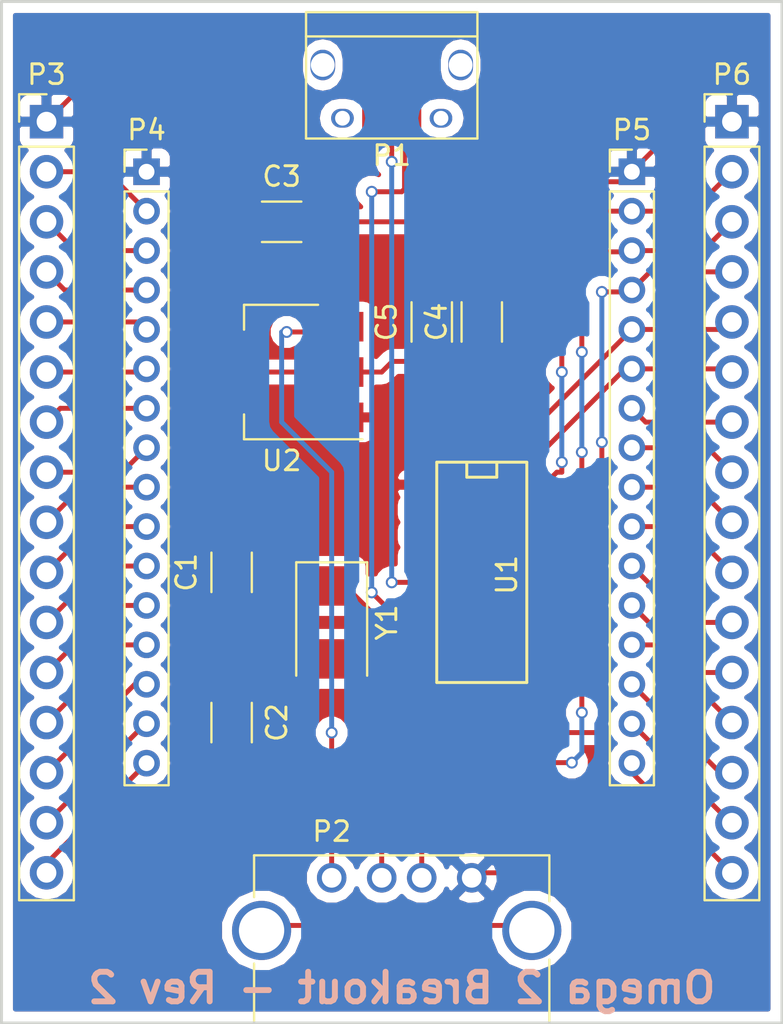
<source format=kicad_pcb>
(kicad_pcb (version 4) (host pcbnew 4.0.1-stable)

  (general
    (links 62)
    (no_connects 0)
    (area 76.933667 111.721 121.948334 171.159001)
    (thickness 1.6)
    (drawings 5)
    (tracks 201)
    (zones 0)
    (modules 14)
    (nets 46)
  )

  (page A4)
  (layers
    (0 F.Cu signal hide)
    (31 B.Cu signal hide)
    (32 B.Adhes user hide)
    (33 F.Adhes user hide)
    (34 B.Paste user hide)
    (35 F.Paste user hide)
    (36 B.SilkS user)
    (37 F.SilkS user)
    (38 B.Mask user hide)
    (39 F.Mask user hide)
    (40 Dwgs.User user hide)
    (41 Cmts.User user hide)
    (42 Eco1.User user hide)
    (43 Eco2.User user hide)
    (44 Edge.Cuts user)
    (45 Margin user hide)
    (46 B.CrtYd user)
    (47 F.CrtYd user)
    (48 B.Fab user hide)
    (49 F.Fab user hide)
  )

  (setup
    (last_trace_width 0.25)
    (trace_clearance 0.2)
    (zone_clearance 0.508)
    (zone_45_only no)
    (trace_min 0.1524)
    (segment_width 0.2)
    (edge_width 0.15)
    (via_size 0.6)
    (via_drill 0.4)
    (via_min_size 0.3302)
    (via_min_drill 0.3)
    (uvia_size 0.3)
    (uvia_drill 0.1)
    (uvias_allowed no)
    (uvia_min_size 0.1778)
    (uvia_min_drill 0.1)
    (pcb_text_width 0.3)
    (pcb_text_size 1.5 1.5)
    (mod_edge_width 0.15)
    (mod_text_size 1 1)
    (mod_text_width 0.15)
    (pad_size 1.524 1.524)
    (pad_drill 0.762)
    (pad_to_mask_clearance 0.2)
    (aux_axis_origin 0 0)
    (grid_origin 86.36 121.92)
    (visible_elements 7FFEFFFF)
    (pcbplotparams
      (layerselection 0x00030_80000001)
      (usegerberextensions true)
      (excludeedgelayer true)
      (linewidth 0.100000)
      (plotframeref false)
      (viasonmask false)
      (mode 1)
      (useauxorigin false)
      (hpglpennumber 1)
      (hpglpenspeed 20)
      (hpglpendiameter 15)
      (hpglpenoverlay 2)
      (psnegative false)
      (psa4output false)
      (plotreference true)
      (plotvalue true)
      (plotinvisibletext false)
      (padsonsilk false)
      (subtractmaskfromsilk false)
      (outputformat 1)
      (mirror false)
      (drillshape 0)
      (scaleselection 1)
      (outputdirectory gerbers/))
  )

  (net 0 "")
  (net 1 "Net-(C1-Pad1)")
  (net 2 GND)
  (net 3 "Net-(C2-Pad1)")
  (net 4 +5V)
  (net 5 +3V3)
  (net 6 D+)
  (net 7 D-)
  (net 8 D2+)
  (net 9 D2-)
  (net 10 "Net-(P2-Pad5)")
  (net 11 "Net-(P3-Pad2)")
  (net 12 "Net-(P3-Pad3)")
  (net 13 "Net-(P3-Pad4)")
  (net 14 "Net-(P3-Pad5)")
  (net 15 "Net-(P3-Pad6)")
  (net 16 "Net-(P3-Pad7)")
  (net 17 "Net-(P3-Pad8)")
  (net 18 "Net-(P3-Pad9)")
  (net 19 "Net-(P3-Pad10)")
  (net 20 "Net-(P3-Pad11)")
  (net 21 "Net-(P3-Pad12)")
  (net 22 "Net-(P3-Pad13)")
  (net 23 "Net-(P3-Pad14)")
  (net 24 "Net-(P3-Pad15)")
  (net 25 "Net-(P3-Pad16)")
  (net 26 RxD)
  (net 27 TxD)
  (net 28 "Net-(P5-Pad7)")
  (net 29 "Net-(P5-Pad8)")
  (net 30 "Net-(P5-Pad9)")
  (net 31 "Net-(P5-Pad10)")
  (net 32 "Net-(P5-Pad11)")
  (net 33 "Net-(P5-Pad12)")
  (net 34 "Net-(P5-Pad13)")
  (net 35 "Net-(P5-Pad14)")
  (net 36 "Net-(P5-Pad15)")
  (net 37 "Net-(P5-Pad16)")
  (net 38 "Net-(U1-Pad14)")
  (net 39 "Net-(U1-Pad13)")
  (net 40 "Net-(U1-Pad12)")
  (net 41 "Net-(U1-Pad11)")
  (net 42 "Net-(U1-Pad10)")
  (net 43 "Net-(U1-Pad9)")
  (net 44 "Net-(U1-Pad15)")
  (net 45 "Net-(P1-Pad4)")

  (net_class Default "This is the default net class."
    (clearance 0.2)
    (trace_width 0.25)
    (via_dia 0.6)
    (via_drill 0.4)
    (uvia_dia 0.3)
    (uvia_drill 0.1)
    (add_net +3V3)
    (add_net +5V)
    (add_net D+)
    (add_net D-)
    (add_net D2+)
    (add_net D2-)
    (add_net GND)
    (add_net "Net-(C1-Pad1)")
    (add_net "Net-(C2-Pad1)")
    (add_net "Net-(P1-Pad4)")
    (add_net "Net-(P2-Pad5)")
    (add_net "Net-(P3-Pad10)")
    (add_net "Net-(P3-Pad11)")
    (add_net "Net-(P3-Pad12)")
    (add_net "Net-(P3-Pad13)")
    (add_net "Net-(P3-Pad14)")
    (add_net "Net-(P3-Pad15)")
    (add_net "Net-(P3-Pad16)")
    (add_net "Net-(P3-Pad2)")
    (add_net "Net-(P3-Pad3)")
    (add_net "Net-(P3-Pad4)")
    (add_net "Net-(P3-Pad5)")
    (add_net "Net-(P3-Pad6)")
    (add_net "Net-(P3-Pad7)")
    (add_net "Net-(P3-Pad8)")
    (add_net "Net-(P3-Pad9)")
    (add_net "Net-(P5-Pad10)")
    (add_net "Net-(P5-Pad11)")
    (add_net "Net-(P5-Pad12)")
    (add_net "Net-(P5-Pad13)")
    (add_net "Net-(P5-Pad14)")
    (add_net "Net-(P5-Pad15)")
    (add_net "Net-(P5-Pad16)")
    (add_net "Net-(P5-Pad7)")
    (add_net "Net-(P5-Pad8)")
    (add_net "Net-(P5-Pad9)")
    (add_net "Net-(U1-Pad10)")
    (add_net "Net-(U1-Pad11)")
    (add_net "Net-(U1-Pad12)")
    (add_net "Net-(U1-Pad13)")
    (add_net "Net-(U1-Pad14)")
    (add_net "Net-(U1-Pad15)")
    (add_net "Net-(U1-Pad9)")
    (add_net RxD)
    (add_net TxD)
  )

  (module SMD_Packages:SO-16-N (layer F.Cu) (tedit 0) (tstamp 588E2AB1)
    (at 104.14 142.24 270)
    (descr "Module CMS SOJ 16 pins large")
    (tags "CMS SOJ")
    (path /588E1464)
    (attr smd)
    (fp_text reference U1 (at 0.127 -1.27 270) (layer F.SilkS)
      (effects (font (size 1 1) (thickness 0.15)))
    )
    (fp_text value CH340G (at 0 1.27 270) (layer F.Fab)
      (effects (font (size 1 1) (thickness 0.15)))
    )
    (fp_line (start -5.588 -0.762) (end -4.826 -0.762) (layer F.SilkS) (width 0.15))
    (fp_line (start -4.826 -0.762) (end -4.826 0.762) (layer F.SilkS) (width 0.15))
    (fp_line (start -4.826 0.762) (end -5.588 0.762) (layer F.SilkS) (width 0.15))
    (fp_line (start 5.588 -2.286) (end 5.588 2.286) (layer F.SilkS) (width 0.15))
    (fp_line (start 5.588 2.286) (end -5.588 2.286) (layer F.SilkS) (width 0.15))
    (fp_line (start -5.588 2.286) (end -5.588 -2.286) (layer F.SilkS) (width 0.15))
    (fp_line (start -5.588 -2.286) (end 5.588 -2.286) (layer F.SilkS) (width 0.15))
    (pad 16 smd rect (at -4.445 -3.175 270) (size 0.508 1.143) (layers F.Cu F.Paste F.Mask)
      (net 5 +3V3))
    (pad 14 smd rect (at -1.905 -3.175 270) (size 0.508 1.143) (layers F.Cu F.Paste F.Mask)
      (net 38 "Net-(U1-Pad14)"))
    (pad 13 smd rect (at -0.635 -3.175 270) (size 0.508 1.143) (layers F.Cu F.Paste F.Mask)
      (net 39 "Net-(U1-Pad13)"))
    (pad 12 smd rect (at 0.635 -3.175 270) (size 0.508 1.143) (layers F.Cu F.Paste F.Mask)
      (net 40 "Net-(U1-Pad12)"))
    (pad 11 smd rect (at 1.905 -3.175 270) (size 0.508 1.143) (layers F.Cu F.Paste F.Mask)
      (net 41 "Net-(U1-Pad11)"))
    (pad 10 smd rect (at 3.175 -3.175 270) (size 0.508 1.143) (layers F.Cu F.Paste F.Mask)
      (net 42 "Net-(U1-Pad10)"))
    (pad 9 smd rect (at 4.445 -3.175 270) (size 0.508 1.143) (layers F.Cu F.Paste F.Mask)
      (net 43 "Net-(U1-Pad9)"))
    (pad 8 smd rect (at 4.445 3.175 270) (size 0.508 1.143) (layers F.Cu F.Paste F.Mask)
      (net 3 "Net-(C2-Pad1)"))
    (pad 7 smd rect (at 3.175 3.175 270) (size 0.508 1.143) (layers F.Cu F.Paste F.Mask)
      (net 1 "Net-(C1-Pad1)"))
    (pad 6 smd rect (at 1.905 3.175 270) (size 0.508 1.143) (layers F.Cu F.Paste F.Mask)
      (net 7 D-))
    (pad 5 smd rect (at 0.635 3.175 270) (size 0.508 1.143) (layers F.Cu F.Paste F.Mask)
      (net 6 D+))
    (pad 4 smd rect (at -0.635 3.175 270) (size 0.508 1.143) (layers F.Cu F.Paste F.Mask)
      (net 5 +3V3))
    (pad 3 smd rect (at -1.905 3.175 270) (size 0.508 1.143) (layers F.Cu F.Paste F.Mask)
      (net 27 TxD))
    (pad 2 smd rect (at -3.175 3.175 270) (size 0.508 1.143) (layers F.Cu F.Paste F.Mask)
      (net 26 RxD))
    (pad 1 smd rect (at -4.445 3.175 270) (size 0.508 1.143) (layers F.Cu F.Paste F.Mask)
      (net 2 GND))
    (pad 15 smd rect (at -3.175 -3.175 270) (size 0.508 1.143) (layers F.Cu F.Paste F.Mask)
      (net 44 "Net-(U1-Pad15)"))
    (model SMD_Packages.3dshapes/SO-16-N.wrl
      (at (xyz 0 0 0))
      (scale (xyz 0.5 0.4 0.5))
      (rotate (xyz 0 0 0))
    )
  )

  (module Capacitors_SMD:C_1206_HandSoldering (layer F.Cu) (tedit 541A9C03) (tstamp 588E2A21)
    (at 91.44 142.24 90)
    (descr "Capacitor SMD 1206, hand soldering")
    (tags "capacitor 1206")
    (path /588E3610)
    (attr smd)
    (fp_text reference C1 (at 0 -2.3 90) (layer F.SilkS)
      (effects (font (size 1 1) (thickness 0.15)))
    )
    (fp_text value 22pF (at 0 2.3 90) (layer F.Fab)
      (effects (font (size 1 1) (thickness 0.15)))
    )
    (fp_line (start -1.6 0.8) (end -1.6 -0.8) (layer F.Fab) (width 0.1))
    (fp_line (start 1.6 0.8) (end -1.6 0.8) (layer F.Fab) (width 0.1))
    (fp_line (start 1.6 -0.8) (end 1.6 0.8) (layer F.Fab) (width 0.1))
    (fp_line (start -1.6 -0.8) (end 1.6 -0.8) (layer F.Fab) (width 0.1))
    (fp_line (start -3.3 -1.15) (end 3.3 -1.15) (layer F.CrtYd) (width 0.05))
    (fp_line (start -3.3 1.15) (end 3.3 1.15) (layer F.CrtYd) (width 0.05))
    (fp_line (start -3.3 -1.15) (end -3.3 1.15) (layer F.CrtYd) (width 0.05))
    (fp_line (start 3.3 -1.15) (end 3.3 1.15) (layer F.CrtYd) (width 0.05))
    (fp_line (start 1 -1.025) (end -1 -1.025) (layer F.SilkS) (width 0.12))
    (fp_line (start -1 1.025) (end 1 1.025) (layer F.SilkS) (width 0.12))
    (pad 1 smd rect (at -2 0 90) (size 2 1.6) (layers F.Cu F.Paste F.Mask)
      (net 1 "Net-(C1-Pad1)"))
    (pad 2 smd rect (at 2 0 90) (size 2 1.6) (layers F.Cu F.Paste F.Mask)
      (net 2 GND))
    (model Capacitors_SMD.3dshapes/C_1206_HandSoldering.wrl
      (at (xyz 0 0 0))
      (scale (xyz 1 1 1))
      (rotate (xyz 0 0 0))
    )
  )

  (module Capacitors_SMD:C_1206_HandSoldering (layer F.Cu) (tedit 541A9C03) (tstamp 588E2A27)
    (at 91.44 149.86 270)
    (descr "Capacitor SMD 1206, hand soldering")
    (tags "capacitor 1206")
    (path /588E364F)
    (attr smd)
    (fp_text reference C2 (at 0 -2.3 270) (layer F.SilkS)
      (effects (font (size 1 1) (thickness 0.15)))
    )
    (fp_text value 22pF (at 0 2.3 270) (layer F.Fab)
      (effects (font (size 1 1) (thickness 0.15)))
    )
    (fp_line (start -1.6 0.8) (end -1.6 -0.8) (layer F.Fab) (width 0.1))
    (fp_line (start 1.6 0.8) (end -1.6 0.8) (layer F.Fab) (width 0.1))
    (fp_line (start 1.6 -0.8) (end 1.6 0.8) (layer F.Fab) (width 0.1))
    (fp_line (start -1.6 -0.8) (end 1.6 -0.8) (layer F.Fab) (width 0.1))
    (fp_line (start -3.3 -1.15) (end 3.3 -1.15) (layer F.CrtYd) (width 0.05))
    (fp_line (start -3.3 1.15) (end 3.3 1.15) (layer F.CrtYd) (width 0.05))
    (fp_line (start -3.3 -1.15) (end -3.3 1.15) (layer F.CrtYd) (width 0.05))
    (fp_line (start 3.3 -1.15) (end 3.3 1.15) (layer F.CrtYd) (width 0.05))
    (fp_line (start 1 -1.025) (end -1 -1.025) (layer F.SilkS) (width 0.12))
    (fp_line (start -1 1.025) (end 1 1.025) (layer F.SilkS) (width 0.12))
    (pad 1 smd rect (at -2 0 270) (size 2 1.6) (layers F.Cu F.Paste F.Mask)
      (net 3 "Net-(C2-Pad1)"))
    (pad 2 smd rect (at 2 0 270) (size 2 1.6) (layers F.Cu F.Paste F.Mask)
      (net 2 GND))
    (model Capacitors_SMD.3dshapes/C_1206_HandSoldering.wrl
      (at (xyz 0 0 0))
      (scale (xyz 1 1 1))
      (rotate (xyz 0 0 0))
    )
  )

  (module Capacitors_SMD:C_1206_HandSoldering (layer F.Cu) (tedit 541A9C03) (tstamp 588E2A2D)
    (at 93.98 124.46)
    (descr "Capacitor SMD 1206, hand soldering")
    (tags "capacitor 1206")
    (path /588E1D72)
    (attr smd)
    (fp_text reference C3 (at 0 -2.3) (layer F.SilkS)
      (effects (font (size 1 1) (thickness 0.15)))
    )
    (fp_text value 100uF (at 0 2.3) (layer F.Fab)
      (effects (font (size 1 1) (thickness 0.15)))
    )
    (fp_line (start -1.6 0.8) (end -1.6 -0.8) (layer F.Fab) (width 0.1))
    (fp_line (start 1.6 0.8) (end -1.6 0.8) (layer F.Fab) (width 0.1))
    (fp_line (start 1.6 -0.8) (end 1.6 0.8) (layer F.Fab) (width 0.1))
    (fp_line (start -1.6 -0.8) (end 1.6 -0.8) (layer F.Fab) (width 0.1))
    (fp_line (start -3.3 -1.15) (end 3.3 -1.15) (layer F.CrtYd) (width 0.05))
    (fp_line (start -3.3 1.15) (end 3.3 1.15) (layer F.CrtYd) (width 0.05))
    (fp_line (start -3.3 -1.15) (end -3.3 1.15) (layer F.CrtYd) (width 0.05))
    (fp_line (start 3.3 -1.15) (end 3.3 1.15) (layer F.CrtYd) (width 0.05))
    (fp_line (start 1 -1.025) (end -1 -1.025) (layer F.SilkS) (width 0.12))
    (fp_line (start -1 1.025) (end 1 1.025) (layer F.SilkS) (width 0.12))
    (pad 1 smd rect (at -2 0) (size 2 1.6) (layers F.Cu F.Paste F.Mask)
      (net 2 GND))
    (pad 2 smd rect (at 2 0) (size 2 1.6) (layers F.Cu F.Paste F.Mask)
      (net 4 +5V))
    (model Capacitors_SMD.3dshapes/C_1206_HandSoldering.wrl
      (at (xyz 0 0 0))
      (scale (xyz 1 1 1))
      (rotate (xyz 0 0 0))
    )
  )

  (module Capacitors_SMD:C_1206_HandSoldering (layer F.Cu) (tedit 541A9C03) (tstamp 588E2A33)
    (at 104.14 129.54 90)
    (descr "Capacitor SMD 1206, hand soldering")
    (tags "capacitor 1206")
    (path /588F1256)
    (attr smd)
    (fp_text reference C4 (at 0 -2.3 90) (layer F.SilkS)
      (effects (font (size 1 1) (thickness 0.15)))
    )
    (fp_text value 10uF (at 0 2.3 90) (layer F.Fab)
      (effects (font (size 1 1) (thickness 0.15)))
    )
    (fp_line (start -1.6 0.8) (end -1.6 -0.8) (layer F.Fab) (width 0.1))
    (fp_line (start 1.6 0.8) (end -1.6 0.8) (layer F.Fab) (width 0.1))
    (fp_line (start 1.6 -0.8) (end 1.6 0.8) (layer F.Fab) (width 0.1))
    (fp_line (start -1.6 -0.8) (end 1.6 -0.8) (layer F.Fab) (width 0.1))
    (fp_line (start -3.3 -1.15) (end 3.3 -1.15) (layer F.CrtYd) (width 0.05))
    (fp_line (start -3.3 1.15) (end 3.3 1.15) (layer F.CrtYd) (width 0.05))
    (fp_line (start -3.3 -1.15) (end -3.3 1.15) (layer F.CrtYd) (width 0.05))
    (fp_line (start 3.3 -1.15) (end 3.3 1.15) (layer F.CrtYd) (width 0.05))
    (fp_line (start 1 -1.025) (end -1 -1.025) (layer F.SilkS) (width 0.12))
    (fp_line (start -1 1.025) (end 1 1.025) (layer F.SilkS) (width 0.12))
    (pad 1 smd rect (at -2 0 90) (size 2 1.6) (layers F.Cu F.Paste F.Mask)
      (net 5 +3V3))
    (pad 2 smd rect (at 2 0 90) (size 2 1.6) (layers F.Cu F.Paste F.Mask)
      (net 2 GND))
    (model Capacitors_SMD.3dshapes/C_1206_HandSoldering.wrl
      (at (xyz 0 0 0))
      (scale (xyz 1 1 1))
      (rotate (xyz 0 0 0))
    )
  )

  (module Capacitors_SMD:C_1206_HandSoldering (layer F.Cu) (tedit 541A9C03) (tstamp 588E2A39)
    (at 101.6 129.54 90)
    (descr "Capacitor SMD 1206, hand soldering")
    (tags "capacitor 1206")
    (path /588F1295)
    (attr smd)
    (fp_text reference C5 (at 0 -2.3 90) (layer F.SilkS)
      (effects (font (size 1 1) (thickness 0.15)))
    )
    (fp_text value 0.1uF (at 0 2.3 90) (layer F.Fab)
      (effects (font (size 1 1) (thickness 0.15)))
    )
    (fp_line (start -1.6 0.8) (end -1.6 -0.8) (layer F.Fab) (width 0.1))
    (fp_line (start 1.6 0.8) (end -1.6 0.8) (layer F.Fab) (width 0.1))
    (fp_line (start 1.6 -0.8) (end 1.6 0.8) (layer F.Fab) (width 0.1))
    (fp_line (start -1.6 -0.8) (end 1.6 -0.8) (layer F.Fab) (width 0.1))
    (fp_line (start -3.3 -1.15) (end 3.3 -1.15) (layer F.CrtYd) (width 0.05))
    (fp_line (start -3.3 1.15) (end 3.3 1.15) (layer F.CrtYd) (width 0.05))
    (fp_line (start -3.3 -1.15) (end -3.3 1.15) (layer F.CrtYd) (width 0.05))
    (fp_line (start 3.3 -1.15) (end 3.3 1.15) (layer F.CrtYd) (width 0.05))
    (fp_line (start 1 -1.025) (end -1 -1.025) (layer F.SilkS) (width 0.12))
    (fp_line (start -1 1.025) (end 1 1.025) (layer F.SilkS) (width 0.12))
    (pad 1 smd rect (at -2 0 90) (size 2 1.6) (layers F.Cu F.Paste F.Mask)
      (net 5 +3V3))
    (pad 2 smd rect (at 2 0 90) (size 2 1.6) (layers F.Cu F.Paste F.Mask)
      (net 2 GND))
    (model Capacitors_SMD.3dshapes/C_1206_HandSoldering.wrl
      (at (xyz 0 0 0))
      (scale (xyz 1 1 1))
      (rotate (xyz 0 0 0))
    )
  )

  (module Connect:USB_A (layer F.Cu) (tedit 5543E289) (tstamp 588E2A4D)
    (at 96.52 157.734)
    (descr "USB A connector")
    (tags "USB USB_A")
    (path /588E1FDE)
    (fp_text reference P2 (at 0 -2.35) (layer F.SilkS)
      (effects (font (size 1 1) (thickness 0.15)))
    )
    (fp_text value USB_B (at 3.84 7.44) (layer F.Fab)
      (effects (font (size 1 1) (thickness 0.15)))
    )
    (fp_line (start -5.3 13.2) (end -5.3 -1.4) (layer F.CrtYd) (width 0.05))
    (fp_line (start 11.95 -1.4) (end 11.95 13.2) (layer F.CrtYd) (width 0.05))
    (fp_line (start -5.3 13.2) (end 11.95 13.2) (layer F.CrtYd) (width 0.05))
    (fp_line (start -5.3 -1.4) (end 11.95 -1.4) (layer F.CrtYd) (width 0.05))
    (fp_line (start 11.05 -1.14) (end 11.05 1.19) (layer F.SilkS) (width 0.12))
    (fp_line (start -3.94 -1.14) (end -3.94 0.98) (layer F.SilkS) (width 0.12))
    (fp_line (start 11.05 -1.14) (end -3.94 -1.14) (layer F.SilkS) (width 0.12))
    (fp_line (start 11.05 12.95) (end -3.94 12.95) (layer F.SilkS) (width 0.12))
    (fp_line (start 11.05 4.15) (end 11.05 12.95) (layer F.SilkS) (width 0.12))
    (fp_line (start -3.94 4.35) (end -3.94 12.95) (layer F.SilkS) (width 0.12))
    (pad 4 thru_hole circle (at 7.11 0 270) (size 1.5 1.5) (drill 1) (layers *.Cu *.Mask)
      (net 2 GND))
    (pad 3 thru_hole circle (at 4.57 0 270) (size 1.5 1.5) (drill 1) (layers *.Cu *.Mask)
      (net 8 D2+))
    (pad 2 thru_hole circle (at 2.54 0 270) (size 1.5 1.5) (drill 1) (layers *.Cu *.Mask)
      (net 9 D2-))
    (pad 1 thru_hole circle (at 0 0 270) (size 1.5 1.5) (drill 1) (layers *.Cu *.Mask)
      (net 4 +5V))
    (pad 5 thru_hole circle (at 10.16 2.67 270) (size 3 3) (drill 2.3) (layers *.Cu *.Mask)
      (net 10 "Net-(P2-Pad5)"))
    (pad 5 thru_hole circle (at -3.56 2.67 270) (size 3 3) (drill 2.3) (layers *.Cu *.Mask)
      (net 10 "Net-(P2-Pad5)"))
    (model Connectors.3dshapes/USB_A.wrl
      (at (xyz 0.14 0 0))
      (scale (xyz 1 1 1))
      (rotate (xyz 0 0 90))
    )
  )

  (module Pin_Headers:Pin_Header_Straight_1x16_Pitch2.54mm (layer F.Cu) (tedit 5862ED52) (tstamp 588E2A61)
    (at 82.042 119.38)
    (descr "Through hole straight pin header, 1x16, 2.54mm pitch, single row")
    (tags "Through hole pin header THT 1x16 2.54mm single row")
    (path /588E5695)
    (fp_text reference P3 (at 0 -2.39) (layer F.SilkS)
      (effects (font (size 1 1) (thickness 0.15)))
    )
    (fp_text value CONN_01X16 (at 0 40.49) (layer F.Fab)
      (effects (font (size 1 1) (thickness 0.15)))
    )
    (fp_line (start -1.27 -1.27) (end -1.27 39.37) (layer F.Fab) (width 0.1))
    (fp_line (start -1.27 39.37) (end 1.27 39.37) (layer F.Fab) (width 0.1))
    (fp_line (start 1.27 39.37) (end 1.27 -1.27) (layer F.Fab) (width 0.1))
    (fp_line (start 1.27 -1.27) (end -1.27 -1.27) (layer F.Fab) (width 0.1))
    (fp_line (start -1.39 1.27) (end -1.39 39.49) (layer F.SilkS) (width 0.12))
    (fp_line (start -1.39 39.49) (end 1.39 39.49) (layer F.SilkS) (width 0.12))
    (fp_line (start 1.39 39.49) (end 1.39 1.27) (layer F.SilkS) (width 0.12))
    (fp_line (start 1.39 1.27) (end -1.39 1.27) (layer F.SilkS) (width 0.12))
    (fp_line (start -1.39 0) (end -1.39 -1.39) (layer F.SilkS) (width 0.12))
    (fp_line (start -1.39 -1.39) (end 0 -1.39) (layer F.SilkS) (width 0.12))
    (fp_line (start -1.6 -1.6) (end -1.6 39.7) (layer F.CrtYd) (width 0.05))
    (fp_line (start -1.6 39.7) (end 1.6 39.7) (layer F.CrtYd) (width 0.05))
    (fp_line (start 1.6 39.7) (end 1.6 -1.6) (layer F.CrtYd) (width 0.05))
    (fp_line (start 1.6 -1.6) (end -1.6 -1.6) (layer F.CrtYd) (width 0.05))
    (pad 1 thru_hole rect (at 0 0) (size 1.7 1.7) (drill 1) (layers *.Cu *.Mask)
      (net 2 GND))
    (pad 2 thru_hole oval (at 0 2.54) (size 1.7 1.7) (drill 1) (layers *.Cu *.Mask)
      (net 11 "Net-(P3-Pad2)"))
    (pad 3 thru_hole oval (at 0 5.08) (size 1.7 1.7) (drill 1) (layers *.Cu *.Mask)
      (net 12 "Net-(P3-Pad3)"))
    (pad 4 thru_hole oval (at 0 7.62) (size 1.7 1.7) (drill 1) (layers *.Cu *.Mask)
      (net 13 "Net-(P3-Pad4)"))
    (pad 5 thru_hole oval (at 0 10.16) (size 1.7 1.7) (drill 1) (layers *.Cu *.Mask)
      (net 14 "Net-(P3-Pad5)"))
    (pad 6 thru_hole oval (at 0 12.7) (size 1.7 1.7) (drill 1) (layers *.Cu *.Mask)
      (net 15 "Net-(P3-Pad6)"))
    (pad 7 thru_hole oval (at 0 15.24) (size 1.7 1.7) (drill 1) (layers *.Cu *.Mask)
      (net 16 "Net-(P3-Pad7)"))
    (pad 8 thru_hole oval (at 0 17.78) (size 1.7 1.7) (drill 1) (layers *.Cu *.Mask)
      (net 17 "Net-(P3-Pad8)"))
    (pad 9 thru_hole oval (at 0 20.32) (size 1.7 1.7) (drill 1) (layers *.Cu *.Mask)
      (net 18 "Net-(P3-Pad9)"))
    (pad 10 thru_hole oval (at 0 22.86) (size 1.7 1.7) (drill 1) (layers *.Cu *.Mask)
      (net 19 "Net-(P3-Pad10)"))
    (pad 11 thru_hole oval (at 0 25.4) (size 1.7 1.7) (drill 1) (layers *.Cu *.Mask)
      (net 20 "Net-(P3-Pad11)"))
    (pad 12 thru_hole oval (at 0 27.94) (size 1.7 1.7) (drill 1) (layers *.Cu *.Mask)
      (net 21 "Net-(P3-Pad12)"))
    (pad 13 thru_hole oval (at 0 30.48) (size 1.7 1.7) (drill 1) (layers *.Cu *.Mask)
      (net 22 "Net-(P3-Pad13)"))
    (pad 14 thru_hole oval (at 0 33.02) (size 1.7 1.7) (drill 1) (layers *.Cu *.Mask)
      (net 23 "Net-(P3-Pad14)"))
    (pad 15 thru_hole oval (at 0 35.56) (size 1.7 1.7) (drill 1) (layers *.Cu *.Mask)
      (net 24 "Net-(P3-Pad15)"))
    (pad 16 thru_hole oval (at 0 38.1) (size 1.7 1.7) (drill 1) (layers *.Cu *.Mask)
      (net 25 "Net-(P3-Pad16)"))
    (model Pin_Headers.3dshapes/Pin_Header_Straight_1x16_Pitch2.54mm.wrl
      (at (xyz 0 -0.75 0))
      (scale (xyz 1 1 1))
      (rotate (xyz 0 0 90))
    )
  )

  (module Pin_Headers:Pin_Header_Straight_1x16_Pitch2.00mm (layer F.Cu) (tedit 5862ED56) (tstamp 588E2A75)
    (at 87.122 121.92)
    (descr "Through hole straight pin header, 1x16, 2.00mm pitch, single row")
    (tags "Through hole pin header THT 1x16 2.00mm single row")
    (path /588E14EF)
    (fp_text reference P4 (at 0 -2.12) (layer F.SilkS)
      (effects (font (size 1 1) (thickness 0.15)))
    )
    (fp_text value CONN_01X16 (at 0 32.12) (layer F.Fab)
      (effects (font (size 1 1) (thickness 0.15)))
    )
    (fp_line (start -1 -1) (end -1 31) (layer F.Fab) (width 0.1))
    (fp_line (start -1 31) (end 1 31) (layer F.Fab) (width 0.1))
    (fp_line (start 1 31) (end 1 -1) (layer F.Fab) (width 0.1))
    (fp_line (start 1 -1) (end -1 -1) (layer F.Fab) (width 0.1))
    (fp_line (start -1.12 1) (end -1.12 31.12) (layer F.SilkS) (width 0.12))
    (fp_line (start -1.12 31.12) (end 1.12 31.12) (layer F.SilkS) (width 0.12))
    (fp_line (start 1.12 31.12) (end 1.12 1) (layer F.SilkS) (width 0.12))
    (fp_line (start 1.12 1) (end -1.12 1) (layer F.SilkS) (width 0.12))
    (fp_line (start -1.12 0) (end -1.12 -1.12) (layer F.SilkS) (width 0.12))
    (fp_line (start -1.12 -1.12) (end 0 -1.12) (layer F.SilkS) (width 0.12))
    (fp_line (start -1.3 -1.3) (end -1.3 31.3) (layer F.CrtYd) (width 0.05))
    (fp_line (start -1.3 31.3) (end 1.3 31.3) (layer F.CrtYd) (width 0.05))
    (fp_line (start 1.3 31.3) (end 1.3 -1.3) (layer F.CrtYd) (width 0.05))
    (fp_line (start 1.3 -1.3) (end -1.3 -1.3) (layer F.CrtYd) (width 0.05))
    (pad 1 thru_hole rect (at 0 0) (size 1.35 1.35) (drill 0.8) (layers *.Cu *.Mask)
      (net 2 GND))
    (pad 2 thru_hole oval (at 0 2) (size 1.35 1.35) (drill 0.8) (layers *.Cu *.Mask)
      (net 11 "Net-(P3-Pad2)"))
    (pad 3 thru_hole oval (at 0 4) (size 1.35 1.35) (drill 0.8) (layers *.Cu *.Mask)
      (net 12 "Net-(P3-Pad3)"))
    (pad 4 thru_hole oval (at 0 6) (size 1.35 1.35) (drill 0.8) (layers *.Cu *.Mask)
      (net 13 "Net-(P3-Pad4)"))
    (pad 5 thru_hole oval (at 0 8) (size 1.35 1.35) (drill 0.8) (layers *.Cu *.Mask)
      (net 14 "Net-(P3-Pad5)"))
    (pad 6 thru_hole oval (at 0 10) (size 1.35 1.35) (drill 0.8) (layers *.Cu *.Mask)
      (net 15 "Net-(P3-Pad6)"))
    (pad 7 thru_hole oval (at 0 12) (size 1.35 1.35) (drill 0.8) (layers *.Cu *.Mask)
      (net 16 "Net-(P3-Pad7)"))
    (pad 8 thru_hole oval (at 0 14) (size 1.35 1.35) (drill 0.8) (layers *.Cu *.Mask)
      (net 17 "Net-(P3-Pad8)"))
    (pad 9 thru_hole oval (at 0 16) (size 1.35 1.35) (drill 0.8) (layers *.Cu *.Mask)
      (net 18 "Net-(P3-Pad9)"))
    (pad 10 thru_hole oval (at 0 18) (size 1.35 1.35) (drill 0.8) (layers *.Cu *.Mask)
      (net 19 "Net-(P3-Pad10)"))
    (pad 11 thru_hole oval (at 0 20) (size 1.35 1.35) (drill 0.8) (layers *.Cu *.Mask)
      (net 20 "Net-(P3-Pad11)"))
    (pad 12 thru_hole oval (at 0 22) (size 1.35 1.35) (drill 0.8) (layers *.Cu *.Mask)
      (net 21 "Net-(P3-Pad12)"))
    (pad 13 thru_hole oval (at 0 24) (size 1.35 1.35) (drill 0.8) (layers *.Cu *.Mask)
      (net 22 "Net-(P3-Pad13)"))
    (pad 14 thru_hole oval (at 0 26) (size 1.35 1.35) (drill 0.8) (layers *.Cu *.Mask)
      (net 23 "Net-(P3-Pad14)"))
    (pad 15 thru_hole oval (at 0 28) (size 1.35 1.35) (drill 0.8) (layers *.Cu *.Mask)
      (net 24 "Net-(P3-Pad15)"))
    (pad 16 thru_hole oval (at 0 30) (size 1.35 1.35) (drill 0.8) (layers *.Cu *.Mask)
      (net 25 "Net-(P3-Pad16)"))
    (model Pin_Headers.3dshapes/Pin_Header_Straight_1x16_Pitch2.00mm.wrl
      (at (xyz 0 0 0))
      (scale (xyz 1 1 1))
      (rotate (xyz 0 0 0))
    )
  )

  (module Pin_Headers:Pin_Header_Straight_1x16_Pitch2.00mm (layer F.Cu) (tedit 5862ED56) (tstamp 588E2A89)
    (at 111.76 121.92)
    (descr "Through hole straight pin header, 1x16, 2.00mm pitch, single row")
    (tags "Through hole pin header THT 1x16 2.00mm single row")
    (path /588E166E)
    (fp_text reference P5 (at 0 -2.12) (layer F.SilkS)
      (effects (font (size 1 1) (thickness 0.15)))
    )
    (fp_text value CONN_01X16 (at 0 32.12) (layer F.Fab)
      (effects (font (size 1 1) (thickness 0.15)))
    )
    (fp_line (start -1 -1) (end -1 31) (layer F.Fab) (width 0.1))
    (fp_line (start -1 31) (end 1 31) (layer F.Fab) (width 0.1))
    (fp_line (start 1 31) (end 1 -1) (layer F.Fab) (width 0.1))
    (fp_line (start 1 -1) (end -1 -1) (layer F.Fab) (width 0.1))
    (fp_line (start -1.12 1) (end -1.12 31.12) (layer F.SilkS) (width 0.12))
    (fp_line (start -1.12 31.12) (end 1.12 31.12) (layer F.SilkS) (width 0.12))
    (fp_line (start 1.12 31.12) (end 1.12 1) (layer F.SilkS) (width 0.12))
    (fp_line (start 1.12 1) (end -1.12 1) (layer F.SilkS) (width 0.12))
    (fp_line (start -1.12 0) (end -1.12 -1.12) (layer F.SilkS) (width 0.12))
    (fp_line (start -1.12 -1.12) (end 0 -1.12) (layer F.SilkS) (width 0.12))
    (fp_line (start -1.3 -1.3) (end -1.3 31.3) (layer F.CrtYd) (width 0.05))
    (fp_line (start -1.3 31.3) (end 1.3 31.3) (layer F.CrtYd) (width 0.05))
    (fp_line (start 1.3 31.3) (end 1.3 -1.3) (layer F.CrtYd) (width 0.05))
    (fp_line (start 1.3 -1.3) (end -1.3 -1.3) (layer F.CrtYd) (width 0.05))
    (pad 1 thru_hole rect (at 0 0) (size 1.35 1.35) (drill 0.8) (layers *.Cu *.Mask)
      (net 2 GND))
    (pad 2 thru_hole oval (at 0 2) (size 1.35 1.35) (drill 0.8) (layers *.Cu *.Mask)
      (net 5 +3V3))
    (pad 3 thru_hole oval (at 0 4) (size 1.35 1.35) (drill 0.8) (layers *.Cu *.Mask)
      (net 8 D2+))
    (pad 4 thru_hole oval (at 0 6) (size 1.35 1.35) (drill 0.8) (layers *.Cu *.Mask)
      (net 9 D2-))
    (pad 5 thru_hole oval (at 0 8) (size 1.35 1.35) (drill 0.8) (layers *.Cu *.Mask)
      (net 26 RxD))
    (pad 6 thru_hole oval (at 0 10) (size 1.35 1.35) (drill 0.8) (layers *.Cu *.Mask)
      (net 27 TxD))
    (pad 7 thru_hole oval (at 0 12) (size 1.35 1.35) (drill 0.8) (layers *.Cu *.Mask)
      (net 28 "Net-(P5-Pad7)"))
    (pad 8 thru_hole oval (at 0 14) (size 1.35 1.35) (drill 0.8) (layers *.Cu *.Mask)
      (net 29 "Net-(P5-Pad8)"))
    (pad 9 thru_hole oval (at 0 16) (size 1.35 1.35) (drill 0.8) (layers *.Cu *.Mask)
      (net 30 "Net-(P5-Pad9)"))
    (pad 10 thru_hole oval (at 0 18) (size 1.35 1.35) (drill 0.8) (layers *.Cu *.Mask)
      (net 31 "Net-(P5-Pad10)"))
    (pad 11 thru_hole oval (at 0 20) (size 1.35 1.35) (drill 0.8) (layers *.Cu *.Mask)
      (net 32 "Net-(P5-Pad11)"))
    (pad 12 thru_hole oval (at 0 22) (size 1.35 1.35) (drill 0.8) (layers *.Cu *.Mask)
      (net 33 "Net-(P5-Pad12)"))
    (pad 13 thru_hole oval (at 0 24) (size 1.35 1.35) (drill 0.8) (layers *.Cu *.Mask)
      (net 34 "Net-(P5-Pad13)"))
    (pad 14 thru_hole oval (at 0 26) (size 1.35 1.35) (drill 0.8) (layers *.Cu *.Mask)
      (net 35 "Net-(P5-Pad14)"))
    (pad 15 thru_hole oval (at 0 28) (size 1.35 1.35) (drill 0.8) (layers *.Cu *.Mask)
      (net 36 "Net-(P5-Pad15)"))
    (pad 16 thru_hole oval (at 0 30) (size 1.35 1.35) (drill 0.8) (layers *.Cu *.Mask)
      (net 37 "Net-(P5-Pad16)"))
    (model Pin_Headers.3dshapes/Pin_Header_Straight_1x16_Pitch2.00mm.wrl
      (at (xyz 0 0 0))
      (scale (xyz 1 1 1))
      (rotate (xyz 0 0 0))
    )
  )

  (module Pin_Headers:Pin_Header_Straight_1x16_Pitch2.54mm (layer F.Cu) (tedit 5862ED52) (tstamp 588E2A9D)
    (at 116.84 119.38)
    (descr "Through hole straight pin header, 1x16, 2.54mm pitch, single row")
    (tags "Through hole pin header THT 1x16 2.54mm single row")
    (path /588E573F)
    (fp_text reference P6 (at 0 -2.39) (layer F.SilkS)
      (effects (font (size 1 1) (thickness 0.15)))
    )
    (fp_text value CONN_01X16 (at 0 40.49) (layer F.Fab)
      (effects (font (size 1 1) (thickness 0.15)))
    )
    (fp_line (start -1.27 -1.27) (end -1.27 39.37) (layer F.Fab) (width 0.1))
    (fp_line (start -1.27 39.37) (end 1.27 39.37) (layer F.Fab) (width 0.1))
    (fp_line (start 1.27 39.37) (end 1.27 -1.27) (layer F.Fab) (width 0.1))
    (fp_line (start 1.27 -1.27) (end -1.27 -1.27) (layer F.Fab) (width 0.1))
    (fp_line (start -1.39 1.27) (end -1.39 39.49) (layer F.SilkS) (width 0.12))
    (fp_line (start -1.39 39.49) (end 1.39 39.49) (layer F.SilkS) (width 0.12))
    (fp_line (start 1.39 39.49) (end 1.39 1.27) (layer F.SilkS) (width 0.12))
    (fp_line (start 1.39 1.27) (end -1.39 1.27) (layer F.SilkS) (width 0.12))
    (fp_line (start -1.39 0) (end -1.39 -1.39) (layer F.SilkS) (width 0.12))
    (fp_line (start -1.39 -1.39) (end 0 -1.39) (layer F.SilkS) (width 0.12))
    (fp_line (start -1.6 -1.6) (end -1.6 39.7) (layer F.CrtYd) (width 0.05))
    (fp_line (start -1.6 39.7) (end 1.6 39.7) (layer F.CrtYd) (width 0.05))
    (fp_line (start 1.6 39.7) (end 1.6 -1.6) (layer F.CrtYd) (width 0.05))
    (fp_line (start 1.6 -1.6) (end -1.6 -1.6) (layer F.CrtYd) (width 0.05))
    (pad 1 thru_hole rect (at 0 0) (size 1.7 1.7) (drill 1) (layers *.Cu *.Mask)
      (net 2 GND))
    (pad 2 thru_hole oval (at 0 2.54) (size 1.7 1.7) (drill 1) (layers *.Cu *.Mask)
      (net 5 +3V3))
    (pad 3 thru_hole oval (at 0 5.08) (size 1.7 1.7) (drill 1) (layers *.Cu *.Mask)
      (net 8 D2+))
    (pad 4 thru_hole oval (at 0 7.62) (size 1.7 1.7) (drill 1) (layers *.Cu *.Mask)
      (net 9 D2-))
    (pad 5 thru_hole oval (at 0 10.16) (size 1.7 1.7) (drill 1) (layers *.Cu *.Mask)
      (net 26 RxD))
    (pad 6 thru_hole oval (at 0 12.7) (size 1.7 1.7) (drill 1) (layers *.Cu *.Mask)
      (net 27 TxD))
    (pad 7 thru_hole oval (at 0 15.24) (size 1.7 1.7) (drill 1) (layers *.Cu *.Mask)
      (net 28 "Net-(P5-Pad7)"))
    (pad 8 thru_hole oval (at 0 17.78) (size 1.7 1.7) (drill 1) (layers *.Cu *.Mask)
      (net 29 "Net-(P5-Pad8)"))
    (pad 9 thru_hole oval (at 0 20.32) (size 1.7 1.7) (drill 1) (layers *.Cu *.Mask)
      (net 30 "Net-(P5-Pad9)"))
    (pad 10 thru_hole oval (at 0 22.86) (size 1.7 1.7) (drill 1) (layers *.Cu *.Mask)
      (net 31 "Net-(P5-Pad10)"))
    (pad 11 thru_hole oval (at 0 25.4) (size 1.7 1.7) (drill 1) (layers *.Cu *.Mask)
      (net 32 "Net-(P5-Pad11)"))
    (pad 12 thru_hole oval (at 0 27.94) (size 1.7 1.7) (drill 1) (layers *.Cu *.Mask)
      (net 33 "Net-(P5-Pad12)"))
    (pad 13 thru_hole oval (at 0 30.48) (size 1.7 1.7) (drill 1) (layers *.Cu *.Mask)
      (net 34 "Net-(P5-Pad13)"))
    (pad 14 thru_hole oval (at 0 33.02) (size 1.7 1.7) (drill 1) (layers *.Cu *.Mask)
      (net 35 "Net-(P5-Pad14)"))
    (pad 15 thru_hole oval (at 0 35.56) (size 1.7 1.7) (drill 1) (layers *.Cu *.Mask)
      (net 36 "Net-(P5-Pad15)"))
    (pad 16 thru_hole oval (at 0 38.1) (size 1.7 1.7) (drill 1) (layers *.Cu *.Mask)
      (net 37 "Net-(P5-Pad16)"))
    (model Pin_Headers.3dshapes/Pin_Header_Straight_1x16_Pitch2.54mm.wrl
      (at (xyz 0 -0.75 0))
      (scale (xyz 1 1 1))
      (rotate (xyz 0 0 90))
    )
  )

  (module Crystals:Crystal_SMD_5032-2pin_5.0x3.2mm (layer F.Cu) (tedit 5873B462) (tstamp 588E2ABF)
    (at 96.52 144.78 270)
    (descr "SMD Crystal SERIES SMD2520/2 http://www.icbase.com/File/PDF/HKC/HKC00061008.pdf, 5.0x3.2mm^2 package")
    (tags "SMD SMT crystal")
    (path /588E3573)
    (attr smd)
    (fp_text reference Y1 (at 0 -2.8 270) (layer F.SilkS)
      (effects (font (size 1 1) (thickness 0.15)))
    )
    (fp_text value 12MHz (at 0 2.8 270) (layer F.Fab)
      (effects (font (size 1 1) (thickness 0.15)))
    )
    (fp_circle (center 0 0) (end 0.4 0) (layer F.Adhes) (width 0.1))
    (fp_circle (center 0 0) (end 0.333333 0) (layer F.Adhes) (width 0.133333))
    (fp_circle (center 0 0) (end 0.213333 0) (layer F.Adhes) (width 0.133333))
    (fp_circle (center 0 0) (end 0.093333 0) (layer F.Adhes) (width 0.186667))
    (fp_line (start -2.3 -1.6) (end 2.3 -1.6) (layer F.Fab) (width 0.1))
    (fp_line (start 2.3 -1.6) (end 2.5 -1.4) (layer F.Fab) (width 0.1))
    (fp_line (start 2.5 -1.4) (end 2.5 1.4) (layer F.Fab) (width 0.1))
    (fp_line (start 2.5 1.4) (end 2.3 1.6) (layer F.Fab) (width 0.1))
    (fp_line (start 2.3 1.6) (end -2.3 1.6) (layer F.Fab) (width 0.1))
    (fp_line (start -2.3 1.6) (end -2.5 1.4) (layer F.Fab) (width 0.1))
    (fp_line (start -2.5 1.4) (end -2.5 -1.4) (layer F.Fab) (width 0.1))
    (fp_line (start -2.5 -1.4) (end -2.3 -1.6) (layer F.Fab) (width 0.1))
    (fp_line (start -2.5 0.6) (end -1.5 1.6) (layer F.Fab) (width 0.1))
    (fp_line (start 2.7 -1.8) (end -3.05 -1.8) (layer F.SilkS) (width 0.12))
    (fp_line (start -3.05 -1.8) (end -3.05 1.8) (layer F.SilkS) (width 0.12))
    (fp_line (start -3.05 1.8) (end 2.7 1.8) (layer F.SilkS) (width 0.12))
    (fp_line (start -3.1 -1.9) (end -3.1 1.9) (layer F.CrtYd) (width 0.05))
    (fp_line (start -3.1 1.9) (end 3.1 1.9) (layer F.CrtYd) (width 0.05))
    (fp_line (start 3.1 1.9) (end 3.1 -1.9) (layer F.CrtYd) (width 0.05))
    (fp_line (start 3.1 -1.9) (end -3.1 -1.9) (layer F.CrtYd) (width 0.05))
    (pad 1 smd rect (at -1.85 0 270) (size 2 2.4) (layers F.Cu F.Mask)
      (net 1 "Net-(C1-Pad1)"))
    (pad 2 smd rect (at 1.85 0 270) (size 2 2.4) (layers F.Cu F.Mask)
      (net 3 "Net-(C2-Pad1)"))
    (model Crystals.3dshapes/Crystal_SMD_5032-2pin_5.0x3.2mm.wrl
      (at (xyz 0 0 0))
      (scale (xyz 0.393701 0.393701 0.393701))
      (rotate (xyz 0 0 0))
    )
  )

  (module TO_SOT_Packages_SMD:SOT-223 (layer F.Cu) (tedit 583F3B4E) (tstamp 588E2AB9)
    (at 93.98 132.08 180)
    (descr "module CMS SOT223 4 pins")
    (tags "CMS SOT")
    (path /588E24F1)
    (attr smd)
    (fp_text reference U2 (at 0 -4.5 180) (layer F.SilkS)
      (effects (font (size 1 1) (thickness 0.15)))
    )
    (fp_text value AP1117 (at 0 4.5 180) (layer F.Fab)
      (effects (font (size 1 1) (thickness 0.15)))
    )
    (fp_line (start 1.91 3.41) (end 1.91 2.15) (layer F.SilkS) (width 0.12))
    (fp_line (start 1.91 -3.41) (end 1.91 -2.15) (layer F.SilkS) (width 0.12))
    (fp_line (start 4.4 -3.6) (end -4.4 -3.6) (layer F.CrtYd) (width 0.05))
    (fp_line (start 4.4 3.6) (end 4.4 -3.6) (layer F.CrtYd) (width 0.05))
    (fp_line (start -4.4 3.6) (end 4.4 3.6) (layer F.CrtYd) (width 0.05))
    (fp_line (start -4.4 -3.6) (end -4.4 3.6) (layer F.CrtYd) (width 0.05))
    (fp_line (start -1.85 -2.35) (end -0.85 -3.35) (layer F.Fab) (width 0.1))
    (fp_line (start -1.85 -2.35) (end -1.85 3.35) (layer F.Fab) (width 0.1))
    (fp_line (start -1.85 3.41) (end 1.91 3.41) (layer F.SilkS) (width 0.12))
    (fp_line (start -0.85 -3.35) (end 1.85 -3.35) (layer F.Fab) (width 0.1))
    (fp_line (start -4.1 -3.41) (end 1.91 -3.41) (layer F.SilkS) (width 0.12))
    (fp_line (start -1.85 3.35) (end 1.85 3.35) (layer F.Fab) (width 0.1))
    (fp_line (start 1.85 -3.35) (end 1.85 3.35) (layer F.Fab) (width 0.1))
    (pad 4 smd rect (at 3.15 0 180) (size 2 3.8) (layers F.Cu F.Paste F.Mask)
      (net 5 +3V3))
    (pad 2 smd rect (at -3.15 0 180) (size 2 1.5) (layers F.Cu F.Paste F.Mask)
      (net 5 +3V3))
    (pad 3 smd rect (at -3.15 2.3 180) (size 2 1.5) (layers F.Cu F.Paste F.Mask)
      (net 4 +5V))
    (pad 1 smd rect (at -3.15 -2.3 180) (size 2 1.5) (layers F.Cu F.Paste F.Mask)
      (net 2 GND))
    (model TO_SOT_Packages_SMD.3dshapes/SOT-223.wrl
      (at (xyz 0 0 0))
      (scale (xyz 0.4 0.4 0.4))
      (rotate (xyz 0 0 90))
    )
  )

  (module "USB-micro -oshpark:USB_Micro-B" (layer F.Cu) (tedit 58EA5BE7) (tstamp 588E2A43)
    (at 99.568 117.856 180)
    (descr "Micro USB Type B Receptacle")
    (tags "USB USB_B USB_micro USB_OTG")
    (path /588E1EE7)
    (attr smd)
    (fp_text reference P1 (at 0 -3.24 180) (layer F.SilkS)
      (effects (font (size 1 1) (thickness 0.15)))
    )
    (fp_text value USB_B (at 0 5.01 180) (layer F.Fab)
      (effects (font (size 1 1) (thickness 0.15)))
    )
    (fp_line (start -4.6 -2.59) (end 4.6 -2.59) (layer F.CrtYd) (width 0.05))
    (fp_line (start 4.6 -2.59) (end 4.6 4.26) (layer F.CrtYd) (width 0.05))
    (fp_line (start 4.6 4.26) (end -4.6 4.26) (layer F.CrtYd) (width 0.05))
    (fp_line (start -4.6 4.26) (end -4.6 -2.59) (layer F.CrtYd) (width 0.05))
    (fp_line (start -4.35 4.03) (end 4.35 4.03) (layer F.SilkS) (width 0.12))
    (fp_line (start -4.35 -2.38) (end 4.35 -2.38) (layer F.SilkS) (width 0.12))
    (fp_line (start 4.35 -2.38) (end 4.35 4.03) (layer F.SilkS) (width 0.12))
    (fp_line (start 4.35 2.8) (end -4.35 2.8) (layer F.SilkS) (width 0.12))
    (fp_line (start -4.35 4.03) (end -4.35 -2.38) (layer F.SilkS) (width 0.12))
    (pad 1 smd rect (at -1.3 -1.35 270) (size 1.35 0.4) (layers F.Cu F.Paste F.Mask)
      (net 4 +5V))
    (pad 2 smd rect (at -0.65 -1.35 270) (size 1.35 0.4) (layers F.Cu F.Paste F.Mask)
      (net 7 D-))
    (pad 3 smd rect (at 0 -1.35 270) (size 1.35 0.4) (layers F.Cu F.Paste F.Mask)
      (net 6 D+))
    (pad 4 smd rect (at 0.65 -1.35 270) (size 1.35 0.4) (layers F.Cu F.Paste F.Mask)
      (net 45 "Net-(P1-Pad4)"))
    (pad 5 smd rect (at 1.3 -1.35 270) (size 1.35 0.4) (layers F.Cu F.Paste F.Mask)
      (net 2 GND))
    (pad 6 thru_hole oval (at -2.5 -1.35 270) (size 0.95 1.15) (drill 0.75) (layers *.Cu *.Mask))
    (pad 6 thru_hole oval (at 2.5 -1.35 270) (size 0.95 1.15) (drill 0.75) (layers *.Cu *.Mask))
    (pad 6 thru_hole oval (at -3.5 1.35 270) (size 1.55 1.25) (drill 1.2) (layers *.Cu *.Mask))
    (pad 6 thru_hole oval (at 3.5 1.35 270) (size 1.55 1.25) (drill 1.2) (layers *.Cu *.Mask))
  )

  (gr_text "Omega 2 Breakout - Rev 2" (at 100.076 163.322) (layer B.SilkS)
    (effects (font (size 1.5 1.5) (thickness 0.3)) (justify mirror))
  )
  (gr_line (start 119.38 113.284) (end 119.38 165.1) (angle 90) (layer Edge.Cuts) (width 0.15))
  (gr_line (start 79.756 165.1) (end 79.756 113.284) (angle 90) (layer Edge.Cuts) (width 0.15))
  (gr_line (start 119.38 165.1) (end 79.756 165.1) (angle 90) (layer Edge.Cuts) (width 0.15))
  (gr_line (start 79.756 113.284) (end 119.38 113.284) (angle 90) (layer Edge.Cuts) (width 0.15))

  (segment (start 96.52 142.93) (end 97.21 142.93) (width 0.25) (layer F.Cu) (net 1))
  (segment (start 97.21 142.93) (end 99.695 145.415) (width 0.25) (layer F.Cu) (net 1) (tstamp 588E36A6))
  (segment (start 99.695 145.415) (end 100.965 145.415) (width 0.25) (layer F.Cu) (net 1) (tstamp 588E36A8))
  (segment (start 91.44 144.24) (end 91.98 144.24) (width 0.25) (layer F.Cu) (net 1))
  (segment (start 91.98 144.24) (end 93.29 142.93) (width 0.25) (layer F.Cu) (net 1) (tstamp 588E369C))
  (segment (start 93.29 142.93) (end 96.52 142.93) (width 0.25) (layer F.Cu) (net 1) (tstamp 588E36A0))
  (segment (start 98.268 119.206) (end 98.268 118.334) (width 0.25) (layer F.Cu) (net 2))
  (segment (start 97.79 117.856) (end 97.536 117.856) (width 0.25) (layer F.Cu) (net 2) (tstamp 58E952BA))
  (segment (start 98.268 118.334) (end 97.79 117.856) (width 0.25) (layer F.Cu) (net 2) (tstamp 58E952B9))
  (segment (start 91.694 121.92) (end 92.964 121.92) (width 0.25) (layer F.Cu) (net 2))
  (segment (start 97.028 117.856) (end 97.536 117.856) (width 0.25) (layer F.Cu) (net 2) (tstamp 58C49C8C))
  (segment (start 97.536 117.856) (end 99.06 117.856) (width 0.25) (layer F.Cu) (net 2) (tstamp 58E952BD))
  (segment (start 99.06 117.856) (end 98.918 117.998) (width 0.25) (layer F.Cu) (net 2) (tstamp 58C49C8E))
  (segment (start 91.948 121.92) (end 91.948 124.428) (width 0.25) (layer F.Cu) (net 2))
  (segment (start 91.948 124.428) (end 91.98 124.46) (width 0.25) (layer F.Cu) (net 2) (tstamp 58C49CF7))
  (segment (start 98.918 117.998) (end 106.03 117.998) (width 0.25) (layer F.Cu) (net 2))
  (segment (start 106.03 117.998) (end 105.156 118.872) (width 0.25) (layer F.Cu) (net 2) (tstamp 58C49C92))
  (segment (start 105.156 118.872) (end 105.156 122.428) (width 0.25) (layer F.Cu) (net 2) (tstamp 58C49C93))
  (segment (start 87.122 121.92) (end 91.694 121.92) (width 0.25) (layer F.Cu) (net 2))
  (segment (start 91.694 121.92) (end 91.948 121.92) (width 0.25) (layer F.Cu) (net 2) (tstamp 58C49D02))
  (segment (start 97.13 134.38) (end 97.536 134.786) (width 0.25) (layer F.Cu) (net 2))
  (segment (start 97.536 134.786) (end 97.536 137.668) (width 0.25) (layer F.Cu) (net 2) (tstamp 588E4550))
  (segment (start 88.646 139.192) (end 89.662 140.208) (width 0.25) (layer F.Cu) (net 2) (tstamp 588E42E1))
  (segment (start 88.646 128.048) (end 88.646 139.192) (width 0.25) (layer F.Cu) (net 2) (tstamp 588E42DC))
  (segment (start 92.234 124.46) (end 88.646 128.048) (width 0.25) (layer F.Cu) (net 2))
  (segment (start 94.012 137.668) (end 91.44 140.24) (width 0.25) (layer F.Cu) (net 2) (tstamp 588E42D1))
  (segment (start 100.838 137.668) (end 97.536 137.668) (width 0.25) (layer F.Cu) (net 2) (tstamp 588E42CF))
  (segment (start 97.536 137.668) (end 94.012 137.668) (width 0.25) (layer F.Cu) (net 2) (tstamp 588E4555))
  (segment (start 100.965 137.795) (end 100.838 137.668) (width 0.25) (layer F.Cu) (net 2))
  (segment (start 91.44 151.86) (end 89.408 153.892) (width 0.25) (layer F.Cu) (net 2))
  (segment (start 110.236 157.48) (end 103.63 157.48) (width 0.25) (layer F.Cu) (net 2) (tstamp 588E42C3))
  (segment (start 110.236 163.576) (end 110.236 157.48) (width 0.25) (layer F.Cu) (net 2) (tstamp 588E42BF))
  (segment (start 103.124 163.576) (end 110.236 163.576) (width 0.25) (layer F.Cu) (net 2) (tstamp 588E42BD))
  (segment (start 89.408 163.576) (end 103.124 163.576) (width 0.25) (layer F.Cu) (net 2) (tstamp 588E42BC))
  (segment (start 89.408 153.892) (end 89.408 163.576) (width 0.25) (layer F.Cu) (net 2) (tstamp 588E42B9))
  (segment (start 91.44 140.24) (end 91.408 140.208) (width 0.25) (layer F.Cu) (net 2))
  (segment (start 91.408 140.208) (end 89.408 140.208) (width 0.25) (layer F.Cu) (net 2) (tstamp 588E42B0))
  (segment (start 89.408 140.208) (end 89.408 151.892) (width 0.25) (layer F.Cu) (net 2) (tstamp 588E42B1))
  (segment (start 89.408 151.892) (end 91.408 151.892) (width 0.25) (layer F.Cu) (net 2) (tstamp 588E42B3))
  (segment (start 91.408 151.892) (end 91.44 151.86) (width 0.25) (layer F.Cu) (net 2) (tstamp 588E42B6))
  (segment (start 105.156 122.428) (end 104.648 122.936) (width 0.25) (layer F.Cu) (net 2))
  (segment (start 104.648 122.936) (end 104.648 127.032) (width 0.25) (layer F.Cu) (net 2) (tstamp 588E4267))
  (segment (start 104.14 127.54) (end 101.6 127.54) (width 0.25) (layer F.Cu) (net 2))
  (segment (start 111.76 121.92) (end 114.3 119.38) (width 0.25) (layer F.Cu) (net 2))
  (segment (start 114.3 119.38) (end 116.84 119.38) (width 0.25) (layer F.Cu) (net 2) (tstamp 588E4274))
  (segment (start 104.14 127.54) (end 104.648 127.032) (width 0.25) (layer F.Cu) (net 2))
  (segment (start 105.156 122.428) (end 111.252 122.428) (width 0.25) (layer F.Cu) (net 2) (tstamp 588E426D))
  (segment (start 111.252 122.428) (end 111.76 121.92) (width 0.25) (layer F.Cu) (net 2) (tstamp 588E4270))
  (segment (start 90.202 121.92) (end 87.122 121.92) (width 0.25) (layer F.Cu) (net 2) (tstamp 588E4263))
  (segment (start 87.122 121.92) (end 87.122 116.332) (width 0.25) (layer F.Cu) (net 2))
  (segment (start 85.09 116.332) (end 82.042 119.38) (width 0.25) (layer F.Cu) (net 2) (tstamp 588E424F))
  (segment (start 87.122 116.332) (end 85.09 116.332) (width 0.25) (layer F.Cu) (net 2) (tstamp 588E424E))
  (segment (start 100.965 146.685) (end 96.575 146.685) (width 0.25) (layer F.Cu) (net 3))
  (segment (start 96.575 146.685) (end 96.52 146.63) (width 0.25) (layer F.Cu) (net 3) (tstamp 588E36B0))
  (segment (start 91.44 147.86) (end 95.29 147.86) (width 0.25) (layer F.Cu) (net 3))
  (segment (start 95.29 147.86) (end 96.52 146.63) (width 0.25) (layer F.Cu) (net 3) (tstamp 588E36A3))
  (segment (start 100.868 119.206) (end 100.868 124.176) (width 0.25) (layer F.Cu) (net 4))
  (segment (start 100.584 124.46) (end 95.98 124.46) (width 0.25) (layer F.Cu) (net 4) (tstamp 58C49C87))
  (segment (start 100.868 124.176) (end 100.584 124.46) (width 0.25) (layer F.Cu) (net 4) (tstamp 58C49C86))
  (segment (start 96.52 157.48) (end 96.52 150.368) (width 0.25) (layer F.Cu) (net 4))
  (segment (start 94.234 130.048) (end 96.862 130.048) (width 0.25) (layer F.Cu) (net 4) (tstamp 588E4367))
  (via (at 94.234 130.048) (size 0.6) (drill 0.4) (layers F.Cu B.Cu) (net 4))
  (segment (start 93.98 130.048) (end 94.234 130.048) (width 0.25) (layer B.Cu) (net 4) (tstamp 588E4363))
  (segment (start 93.98 134.62) (end 93.98 130.048) (width 0.25) (layer B.Cu) (net 4) (tstamp 588E4362))
  (segment (start 96.52 137.16) (end 93.98 134.62) (width 0.25) (layer B.Cu) (net 4) (tstamp 588E4360))
  (segment (start 96.52 150.368) (end 96.52 137.16) (width 0.25) (layer B.Cu) (net 4) (tstamp 588E435F))
  (via (at 96.52 150.368) (size 0.6) (drill 0.4) (layers F.Cu B.Cu) (net 4))
  (segment (start 96.862 130.048) (end 97.13 129.78) (width 0.25) (layer F.Cu) (net 4) (tstamp 588E4368))
  (segment (start 95.98 124.46) (end 95.98 128.63) (width 0.25) (layer F.Cu) (net 4))
  (segment (start 95.98 128.63) (end 97.13 129.78) (width 0.25) (layer F.Cu) (net 4) (tstamp 588E3671))
  (segment (start 97.13 132.08) (end 90.83 132.08) (width 0.25) (layer F.Cu) (net 5))
  (segment (start 107.95 137.16) (end 107.315 137.795) (width 0.25) (layer F.Cu) (net 5) (tstamp 588E431B))
  (segment (start 108.204 137.16) (end 107.95 137.16) (width 0.25) (layer F.Cu) (net 5) (tstamp 588E431A))
  (segment (start 108.204 136.652) (end 108.204 137.16) (width 0.25) (layer F.Cu) (net 5) (tstamp 588E4319))
  (via (at 108.204 136.652) (size 0.6) (drill 0.4) (layers F.Cu B.Cu) (net 5))
  (segment (start 108.204 132.08) (end 108.204 136.652) (width 0.25) (layer B.Cu) (net 5) (tstamp 588E4316))
  (via (at 108.204 132.08) (size 0.6) (drill 0.4) (layers F.Cu B.Cu) (net 5))
  (segment (start 108.204 131.064) (end 108.204 132.08) (width 0.25) (layer F.Cu) (net 5) (tstamp 588E430A))
  (segment (start 106.68 129.54) (end 108.204 131.064) (width 0.25) (layer F.Cu) (net 5))
  (segment (start 107.315 137.795) (end 107.061 137.795) (width 0.25) (layer F.Cu) (net 5))
  (segment (start 107.061 137.795) (end 103.251 141.605) (width 0.25) (layer F.Cu) (net 5) (tstamp 588E3761))
  (segment (start 103.251 141.605) (end 100.965 141.605) (width 0.25) (layer F.Cu) (net 5) (tstamp 588E3766))
  (segment (start 104.14 131.54) (end 104.68 131.54) (width 0.25) (layer F.Cu) (net 5))
  (segment (start 104.68 131.54) (end 106.68 129.54) (width 0.25) (layer F.Cu) (net 5) (tstamp 588E366B))
  (segment (start 107.22 123.92) (end 111.76 123.92) (width 0.25) (layer F.Cu) (net 5) (tstamp 588E366E))
  (segment (start 106.68 124.46) (end 107.22 123.92) (width 0.25) (layer F.Cu) (net 5) (tstamp 588E366D))
  (segment (start 106.68 129.54) (end 106.68 124.46) (width 0.25) (layer F.Cu) (net 5) (tstamp 588E366C))
  (segment (start 101.6 131.54) (end 104.14 131.54) (width 0.25) (layer F.Cu) (net 5))
  (segment (start 97.13 132.08) (end 99.06 132.08) (width 0.25) (layer F.Cu) (net 5))
  (segment (start 99.6 131.54) (end 101.6 131.54) (width 0.25) (layer F.Cu) (net 5) (tstamp 588E3665))
  (segment (start 99.06 132.08) (end 99.6 131.54) (width 0.25) (layer F.Cu) (net 5) (tstamp 588E3664))
  (segment (start 103.6 132.08) (end 104.14 131.54) (width 0.25) (layer F.Cu) (net 5) (tstamp 588E363A))
  (segment (start 111.76 123.92) (end 114.84 123.92) (width 0.25) (layer F.Cu) (net 5))
  (segment (start 114.84 123.92) (end 116.84 121.92) (width 0.25) (layer F.Cu) (net 5) (tstamp 588E3631))
  (segment (start 99.568 119.206) (end 99.568 121.412) (width 0.25) (layer F.Cu) (net 6))
  (via (at 99.568 121.412) (size 0.6) (drill 0.4) (layers F.Cu B.Cu) (net 6))
  (segment (start 99.568 121.412) (end 99.568 142.748) (width 0.25) (layer B.Cu) (net 6) (tstamp 588E3D4A))
  (via (at 99.568 142.748) (size 0.6) (drill 0.4) (layers F.Cu B.Cu) (net 6))
  (segment (start 99.568 142.748) (end 100.838 142.748) (width 0.25) (layer F.Cu) (net 6) (tstamp 588E3D4F))
  (segment (start 100.838 142.748) (end 100.965 142.875) (width 0.25) (layer F.Cu) (net 6) (tstamp 588E3D50))
  (segment (start 100.218 119.206) (end 100.218 122.794) (width 0.25) (layer F.Cu) (net 7))
  (via (at 98.552 122.936) (size 0.6) (drill 0.4) (layers F.Cu B.Cu) (net 7))
  (segment (start 98.552 122.936) (end 98.552 143.256) (width 0.25) (layer B.Cu) (net 7) (tstamp 588E3D34))
  (via (at 98.552 143.256) (size 0.6) (drill 0.4) (layers F.Cu B.Cu) (net 7))
  (segment (start 98.552 143.256) (end 99.568 144.272) (width 0.25) (layer F.Cu) (net 7) (tstamp 588E3D3A))
  (segment (start 99.568 144.272) (end 100.838 144.272) (width 0.25) (layer F.Cu) (net 7) (tstamp 588E3D3B))
  (segment (start 100.076 122.936) (end 98.552 122.936) (width 0.25) (layer F.Cu) (net 7) (tstamp 58C49CA1))
  (segment (start 100.218 122.794) (end 100.076 122.936) (width 0.25) (layer F.Cu) (net 7) (tstamp 58C49CA0))
  (segment (start 100.838 144.272) (end 100.965 144.145) (width 0.25) (layer F.Cu) (net 7) (tstamp 588E3D3C))
  (segment (start 101.092 151.892) (end 108.712 151.892) (width 0.25) (layer F.Cu) (net 8))
  (via (at 109.22 131.064) (size 0.6) (drill 0.4) (layers F.Cu B.Cu) (net 8))
  (segment (start 109.22 131.064) (end 109.22 136.144) (width 0.25) (layer B.Cu) (net 8) (tstamp 588E3C10))
  (via (at 109.22 136.144) (size 0.6) (drill 0.4) (layers F.Cu B.Cu) (net 8))
  (segment (start 109.22 136.144) (end 109.22 149.352) (width 0.25) (layer F.Cu) (net 8) (tstamp 588E3C16))
  (via (at 109.22 149.352) (size 0.6) (drill 0.4) (layers F.Cu B.Cu) (net 8))
  (segment (start 109.22 149.352) (end 109.22 151.384) (width 0.25) (layer B.Cu) (net 8) (tstamp 588E3C1D))
  (segment (start 109.22 151.384) (end 108.712 151.892) (width 0.25) (layer B.Cu) (net 8) (tstamp 588E3C1E))
  (via (at 108.712 151.892) (size 0.6) (drill 0.4) (layers F.Cu B.Cu) (net 8))
  (segment (start 101.092 157.478) (end 101.092 151.892) (width 0.25) (layer F.Cu) (net 8) (tstamp 588E3C26))
  (segment (start 110.236 125.984) (end 111.696 125.984) (width 0.25) (layer F.Cu) (net 8) (tstamp 588E3BFC))
  (segment (start 110.236 125.984) (end 109.22 127) (width 0.25) (layer F.Cu) (net 8) (tstamp 588E3C00))
  (segment (start 109.22 127) (end 109.22 131.064) (width 0.25) (layer F.Cu) (net 8))
  (segment (start 101.092 157.478) (end 101.09 157.48) (width 0.25) (layer F.Cu) (net 8) (tstamp 588E3C29))
  (segment (start 111.76 125.92) (end 111.696 125.984) (width 0.25) (layer F.Cu) (net 8))
  (segment (start 111.76 125.92) (end 115.38 125.92) (width 0.25) (layer F.Cu) (net 8))
  (segment (start 115.38 125.92) (end 116.84 124.46) (width 0.25) (layer F.Cu) (net 8) (tstamp 588E362E))
  (segment (start 111.76 127.92) (end 111.664 128.016) (width 0.25) (layer F.Cu) (net 9))
  (segment (start 111.664 128.016) (end 110.236 128.016) (width 0.25) (layer F.Cu) (net 9) (tstamp 588E3BAD))
  (segment (start 99.06 150.876) (end 99.06 157.48) (width 0.25) (layer F.Cu) (net 9) (tstamp 588E3BC2))
  (segment (start 99.568 150.368) (end 99.06 150.876) (width 0.25) (layer F.Cu) (net 9) (tstamp 588E3BBE))
  (segment (start 100.076 150.368) (end 99.568 150.368) (width 0.25) (layer F.Cu) (net 9) (tstamp 588E3BBC))
  (segment (start 110.236 150.368) (end 100.076 150.368) (width 0.25) (layer F.Cu) (net 9) (tstamp 588E3BB9))
  (segment (start 110.236 135.636) (end 110.236 150.368) (width 0.25) (layer F.Cu) (net 9) (tstamp 588E3BB8))
  (via (at 110.236 135.636) (size 0.6) (drill 0.4) (layers F.Cu B.Cu) (net 9))
  (segment (start 110.236 128.016) (end 110.236 135.636) (width 0.25) (layer B.Cu) (net 9) (tstamp 588E3BB3))
  (via (at 110.236 128.016) (size 0.6) (drill 0.4) (layers F.Cu B.Cu) (net 9))
  (segment (start 116.84 127) (end 112.68 127) (width 0.25) (layer F.Cu) (net 9))
  (segment (start 112.68 127) (end 111.76 127.92) (width 0.25) (layer F.Cu) (net 9) (tstamp 588E362B))
  (segment (start 106.68 160.15) (end 92.96 160.15) (width 0.25) (layer F.Cu) (net 10))
  (segment (start 82.042 121.92) (end 85.122 121.92) (width 0.25) (layer F.Cu) (net 11))
  (segment (start 85.122 121.92) (end 87.122 123.92) (width 0.25) (layer F.Cu) (net 11) (tstamp 588E35DC))
  (segment (start 87.122 125.92) (end 83.502 125.92) (width 0.25) (layer F.Cu) (net 12))
  (segment (start 83.502 125.92) (end 82.042 124.46) (width 0.25) (layer F.Cu) (net 12) (tstamp 588E35D9))
  (segment (start 87.122 127.92) (end 82.962 127.92) (width 0.25) (layer F.Cu) (net 13))
  (segment (start 82.962 127.92) (end 82.042 127) (width 0.25) (layer F.Cu) (net 13) (tstamp 588E35DF))
  (segment (start 82.042 129.54) (end 86.742 129.54) (width 0.25) (layer F.Cu) (net 14))
  (segment (start 86.742 129.54) (end 87.122 129.92) (width 0.25) (layer F.Cu) (net 14) (tstamp 588E35E2))
  (segment (start 82.042 132.08) (end 86.962 132.08) (width 0.25) (layer F.Cu) (net 15))
  (segment (start 86.962 132.08) (end 87.122 131.92) (width 0.25) (layer F.Cu) (net 15) (tstamp 588E35E5))
  (segment (start 87.122 133.92) (end 82.742 133.92) (width 0.25) (layer F.Cu) (net 16))
  (segment (start 82.742 133.92) (end 82.042 134.62) (width 0.25) (layer F.Cu) (net 16) (tstamp 588E35E8))
  (segment (start 82.042 137.16) (end 85.882 137.16) (width 0.25) (layer F.Cu) (net 17))
  (segment (start 85.882 137.16) (end 87.122 135.92) (width 0.25) (layer F.Cu) (net 17) (tstamp 588E35EB))
  (segment (start 87.122 137.92) (end 83.822 137.92) (width 0.25) (layer F.Cu) (net 18))
  (segment (start 83.822 137.92) (end 82.042 139.7) (width 0.25) (layer F.Cu) (net 18) (tstamp 588E35EE))
  (segment (start 87.122 139.92) (end 84.362 139.92) (width 0.25) (layer F.Cu) (net 19))
  (segment (start 84.362 139.92) (end 82.042 142.24) (width 0.25) (layer F.Cu) (net 19) (tstamp 588E35F1))
  (segment (start 87.122 141.92) (end 84.902 141.92) (width 0.25) (layer F.Cu) (net 20))
  (segment (start 84.902 141.92) (end 82.042 144.78) (width 0.25) (layer F.Cu) (net 20) (tstamp 588E35F4))
  (segment (start 87.122 143.92) (end 85.442 143.92) (width 0.25) (layer F.Cu) (net 21))
  (segment (start 85.442 143.92) (end 82.042 147.32) (width 0.25) (layer F.Cu) (net 21) (tstamp 588E35F7))
  (segment (start 87.122 145.92) (end 85.982 145.92) (width 0.25) (layer F.Cu) (net 22))
  (segment (start 85.982 145.92) (end 82.042 149.86) (width 0.25) (layer F.Cu) (net 22) (tstamp 588E35FD))
  (segment (start 87.122 147.92) (end 86.522 147.92) (width 0.25) (layer F.Cu) (net 23))
  (segment (start 86.522 147.92) (end 82.042 152.4) (width 0.25) (layer F.Cu) (net 23) (tstamp 588E35FA))
  (segment (start 87.122 149.92) (end 87.062 149.92) (width 0.25) (layer F.Cu) (net 24))
  (segment (start 87.062 149.92) (end 82.042 154.94) (width 0.25) (layer F.Cu) (net 24) (tstamp 588E3600))
  (segment (start 82.042 157.48) (end 82.042 157) (width 0.25) (layer F.Cu) (net 25))
  (segment (start 82.042 157) (end 87.122 151.92) (width 0.25) (layer F.Cu) (net 25) (tstamp 588E3603))
  (segment (start 100.965 139.065) (end 102.615 139.065) (width 0.25) (layer F.Cu) (net 26))
  (segment (start 102.615 139.065) (end 111.76 129.92) (width 0.25) (layer F.Cu) (net 26) (tstamp 58C483BB))
  (segment (start 111.76 129.92) (end 111.38 129.92) (width 0.25) (layer F.Cu) (net 26))
  (segment (start 111.76 129.92) (end 116.46 129.92) (width 0.25) (layer F.Cu) (net 26))
  (segment (start 116.46 129.92) (end 116.84 129.54) (width 0.25) (layer F.Cu) (net 26) (tstamp 588E3628))
  (segment (start 111.252 132.08) (end 111.76 131.92) (width 0.25) (layer F.Cu) (net 27) (tstamp 58C4846B))
  (segment (start 111.252 132.08) (end 109.22 134.112) (width 0.25) (layer F.Cu) (net 27))
  (segment (start 103.124 140.208) (end 101.092 140.208) (width 0.25) (layer F.Cu) (net 27) (tstamp 588E3B50))
  (segment (start 109.22 134.112) (end 103.124 140.208) (width 0.25) (layer F.Cu) (net 27))
  (segment (start 100.965 140.335) (end 101.092 140.208) (width 0.25) (layer F.Cu) (net 27))
  (segment (start 111.76 131.92) (end 116.68 131.92) (width 0.25) (layer F.Cu) (net 27))
  (segment (start 116.68 131.92) (end 116.84 132.08) (width 0.25) (layer F.Cu) (net 27) (tstamp 588E3625))
  (segment (start 116.84 134.62) (end 112.46 134.62) (width 0.25) (layer F.Cu) (net 28))
  (segment (start 112.46 134.62) (end 111.76 133.92) (width 0.25) (layer F.Cu) (net 28) (tstamp 588E3622))
  (segment (start 111.76 135.92) (end 115.6 135.92) (width 0.25) (layer F.Cu) (net 29))
  (segment (start 115.6 135.92) (end 116.84 137.16) (width 0.25) (layer F.Cu) (net 29) (tstamp 588E361F))
  (segment (start 111.76 137.92) (end 115.06 137.92) (width 0.25) (layer F.Cu) (net 30))
  (segment (start 115.06 137.92) (end 116.84 139.7) (width 0.25) (layer F.Cu) (net 30) (tstamp 588E361C))
  (segment (start 111.76 139.92) (end 114.52 139.92) (width 0.25) (layer F.Cu) (net 31))
  (segment (start 114.52 139.92) (end 116.84 142.24) (width 0.25) (layer F.Cu) (net 31) (tstamp 588E3618))
  (segment (start 116.84 144.78) (end 114.62 144.78) (width 0.25) (layer F.Cu) (net 32))
  (segment (start 114.62 144.78) (end 111.76 141.92) (width 0.25) (layer F.Cu) (net 32) (tstamp 588E3615))
  (segment (start 116.84 147.32) (end 115.16 147.32) (width 0.25) (layer F.Cu) (net 33))
  (segment (start 115.16 147.32) (end 111.76 143.92) (width 0.25) (layer F.Cu) (net 33) (tstamp 588E3612))
  (segment (start 111.76 145.92) (end 112.9 145.92) (width 0.25) (layer F.Cu) (net 34))
  (segment (start 112.9 145.92) (end 116.84 149.86) (width 0.25) (layer F.Cu) (net 34) (tstamp 588E360F))
  (segment (start 116.84 152.4) (end 116.24 152.4) (width 0.25) (layer F.Cu) (net 35))
  (segment (start 116.24 152.4) (end 111.76 147.92) (width 0.25) (layer F.Cu) (net 35) (tstamp 588E360C))
  (segment (start 116.84 154.94) (end 116.78 154.94) (width 0.25) (layer F.Cu) (net 36))
  (segment (start 116.78 154.94) (end 111.76 149.92) (width 0.25) (layer F.Cu) (net 36) (tstamp 588E3609))
  (segment (start 111.76 151.92) (end 111.76 152.4) (width 0.25) (layer F.Cu) (net 37))
  (segment (start 111.76 152.4) (end 116.84 157.48) (width 0.25) (layer F.Cu) (net 37) (tstamp 588E3606))

  (zone (net 2) (net_name GND) (layer F.Cu) (tstamp 58C49D0B) (hatch edge 0.508)
    (connect_pads (clearance 0.508))
    (min_thickness 0.254)
    (fill yes (arc_segments 16) (thermal_gap 0.508) (thermal_bridge_width 0.508))
    (polygon
      (pts
        (xy 118.872 164.592) (xy 80.264 164.592) (xy 80.264 113.792) (xy 118.872 113.792) (xy 118.872 164.592)
      )
    )
    (filled_polygon
      (pts
        (xy 118.67 164.39) (xy 80.466 164.39) (xy 80.466 160.826815) (xy 90.82463 160.826815) (xy 91.14898 161.6118)
        (xy 91.749041 162.212909) (xy 92.533459 162.538628) (xy 93.382815 162.53937) (xy 94.1678 162.21502) (xy 94.768909 161.614959)
        (xy 95.061634 160.91) (xy 104.579001 160.91) (xy 104.86898 161.6118) (xy 105.469041 162.212909) (xy 106.253459 162.538628)
        (xy 107.102815 162.53937) (xy 107.8878 162.21502) (xy 108.488909 161.614959) (xy 108.814628 160.830541) (xy 108.81537 159.981185)
        (xy 108.49102 159.1962) (xy 107.890959 158.595091) (xy 107.106541 158.269372) (xy 106.257185 158.26863) (xy 105.4722 158.59298)
        (xy 104.871091 159.193041) (xy 104.789306 159.39) (xy 94.851097 159.39) (xy 94.77102 159.1962) (xy 94.170959 158.595091)
        (xy 93.386541 158.269372) (xy 92.537185 158.26863) (xy 91.7522 158.59298) (xy 91.151091 159.193041) (xy 90.825372 159.977459)
        (xy 90.82463 160.826815) (xy 80.466 160.826815) (xy 80.466 121.92) (xy 80.527907 121.92) (xy 80.640946 122.488285)
        (xy 80.962853 122.970054) (xy 81.292026 123.19) (xy 80.962853 123.409946) (xy 80.640946 123.891715) (xy 80.527907 124.46)
        (xy 80.640946 125.028285) (xy 80.962853 125.510054) (xy 81.292026 125.73) (xy 80.962853 125.949946) (xy 80.640946 126.431715)
        (xy 80.527907 127) (xy 80.640946 127.568285) (xy 80.962853 128.050054) (xy 81.292026 128.27) (xy 80.962853 128.489946)
        (xy 80.640946 128.971715) (xy 80.527907 129.54) (xy 80.640946 130.108285) (xy 80.962853 130.590054) (xy 81.292026 130.81)
        (xy 80.962853 131.029946) (xy 80.640946 131.511715) (xy 80.527907 132.08) (xy 80.640946 132.648285) (xy 80.962853 133.130054)
        (xy 81.292026 133.35) (xy 80.962853 133.569946) (xy 80.640946 134.051715) (xy 80.527907 134.62) (xy 80.640946 135.188285)
        (xy 80.962853 135.670054) (xy 81.292026 135.89) (xy 80.962853 136.109946) (xy 80.640946 136.591715) (xy 80.527907 137.16)
        (xy 80.640946 137.728285) (xy 80.962853 138.210054) (xy 81.292026 138.43) (xy 80.962853 138.649946) (xy 80.640946 139.131715)
        (xy 80.527907 139.7) (xy 80.640946 140.268285) (xy 80.962853 140.750054) (xy 81.292026 140.97) (xy 80.962853 141.189946)
        (xy 80.640946 141.671715) (xy 80.527907 142.24) (xy 80.640946 142.808285) (xy 80.962853 143.290054) (xy 81.292026 143.51)
        (xy 80.962853 143.729946) (xy 80.640946 144.211715) (xy 80.527907 144.78) (xy 80.640946 145.348285) (xy 80.962853 145.830054)
        (xy 81.292026 146.05) (xy 80.962853 146.269946) (xy 80.640946 146.751715) (xy 80.527907 147.32) (xy 80.640946 147.888285)
        (xy 80.962853 148.370054) (xy 81.292026 148.59) (xy 80.962853 148.809946) (xy 80.640946 149.291715) (xy 80.527907 149.86)
        (xy 80.640946 150.428285) (xy 80.962853 150.910054) (xy 81.292026 151.13) (xy 80.962853 151.349946) (xy 80.640946 151.831715)
        (xy 80.527907 152.4) (xy 80.640946 152.968285) (xy 80.962853 153.450054) (xy 81.292026 153.67) (xy 80.962853 153.889946)
        (xy 80.640946 154.371715) (xy 80.527907 154.94) (xy 80.640946 155.508285) (xy 80.962853 155.990054) (xy 81.292026 156.21)
        (xy 80.962853 156.429946) (xy 80.640946 156.911715) (xy 80.527907 157.48) (xy 80.640946 158.048285) (xy 80.962853 158.530054)
        (xy 81.444622 158.851961) (xy 82.012907 158.965) (xy 82.071093 158.965) (xy 82.639378 158.851961) (xy 83.121147 158.530054)
        (xy 83.443054 158.048285) (xy 83.556093 157.48) (xy 83.443054 156.911715) (xy 83.347738 156.769064) (xy 86.921566 153.195236)
        (xy 87.096336 153.23) (xy 87.147664 153.23) (xy 87.648979 153.130282) (xy 88.073974 152.84631) (xy 88.357946 152.421315)
        (xy 88.412759 152.14575) (xy 90.005 152.14575) (xy 90.005 152.986309) (xy 90.101673 153.219698) (xy 90.280301 153.398327)
        (xy 90.51369 153.495) (xy 91.15425 153.495) (xy 91.313 153.33625) (xy 91.313 151.987) (xy 91.567 151.987)
        (xy 91.567 153.33625) (xy 91.72575 153.495) (xy 92.36631 153.495) (xy 92.599699 153.398327) (xy 92.778327 153.219698)
        (xy 92.875 152.986309) (xy 92.875 152.14575) (xy 92.71625 151.987) (xy 91.567 151.987) (xy 91.313 151.987)
        (xy 90.16375 151.987) (xy 90.005 152.14575) (xy 88.412759 152.14575) (xy 88.457664 151.92) (xy 88.357946 151.418685)
        (xy 88.073974 150.99369) (xy 87.963689 150.92) (xy 88.073974 150.84631) (xy 88.149223 150.733691) (xy 90.005 150.733691)
        (xy 90.005 151.57425) (xy 90.16375 151.733) (xy 91.313 151.733) (xy 91.313 150.38375) (xy 91.567 150.38375)
        (xy 91.567 151.733) (xy 92.71625 151.733) (xy 92.875 151.57425) (xy 92.875 150.733691) (xy 92.778327 150.500302)
        (xy 92.599699 150.321673) (xy 92.36631 150.225) (xy 91.72575 150.225) (xy 91.567 150.38375) (xy 91.313 150.38375)
        (xy 91.15425 150.225) (xy 90.51369 150.225) (xy 90.280301 150.321673) (xy 90.101673 150.500302) (xy 90.005 150.733691)
        (xy 88.149223 150.733691) (xy 88.357946 150.421315) (xy 88.457664 149.92) (xy 88.357946 149.418685) (xy 88.073974 148.99369)
        (xy 87.963689 148.92) (xy 88.073974 148.84631) (xy 88.357946 148.421315) (xy 88.457664 147.92) (xy 88.357946 147.418685)
        (xy 88.073974 146.99369) (xy 87.963689 146.92) (xy 88.073974 146.84631) (xy 88.357946 146.421315) (xy 88.457664 145.92)
        (xy 88.357946 145.418685) (xy 88.073974 144.99369) (xy 87.963689 144.92) (xy 88.073974 144.84631) (xy 88.357946 144.421315)
        (xy 88.457664 143.92) (xy 88.357946 143.418685) (xy 88.073974 142.99369) (xy 87.963689 142.92) (xy 88.073974 142.84631)
        (xy 88.357946 142.421315) (xy 88.457664 141.92) (xy 88.357946 141.418685) (xy 88.073974 140.99369) (xy 87.963689 140.92)
        (xy 88.073974 140.84631) (xy 88.288164 140.52575) (xy 90.005 140.52575) (xy 90.005 141.366309) (xy 90.101673 141.599698)
        (xy 90.280301 141.778327) (xy 90.51369 141.875) (xy 91.15425 141.875) (xy 91.313 141.71625) (xy 91.313 140.367)
        (xy 91.567 140.367) (xy 91.567 141.71625) (xy 91.72575 141.875) (xy 92.36631 141.875) (xy 92.599699 141.778327)
        (xy 92.778327 141.599698) (xy 92.875 141.366309) (xy 92.875 140.52575) (xy 92.71625 140.367) (xy 91.567 140.367)
        (xy 91.313 140.367) (xy 90.16375 140.367) (xy 90.005 140.52575) (xy 88.288164 140.52575) (xy 88.357946 140.421315)
        (xy 88.457664 139.92) (xy 88.357946 139.418685) (xy 88.154156 139.113691) (xy 90.005 139.113691) (xy 90.005 139.95425)
        (xy 90.16375 140.113) (xy 91.313 140.113) (xy 91.313 138.76375) (xy 91.567 138.76375) (xy 91.567 140.113)
        (xy 92.71625 140.113) (xy 92.875 139.95425) (xy 92.875 139.113691) (xy 92.778327 138.880302) (xy 92.599699 138.701673)
        (xy 92.36631 138.605) (xy 91.72575 138.605) (xy 91.567 138.76375) (xy 91.313 138.76375) (xy 91.15425 138.605)
        (xy 90.51369 138.605) (xy 90.280301 138.701673) (xy 90.101673 138.880302) (xy 90.005 139.113691) (xy 88.154156 139.113691)
        (xy 88.073974 138.99369) (xy 87.963689 138.92) (xy 88.073974 138.84631) (xy 88.357946 138.421315) (xy 88.457664 137.92)
        (xy 88.357946 137.418685) (xy 88.355278 137.414691) (xy 99.7585 137.414691) (xy 99.7585 137.50925) (xy 99.91725 137.668)
        (xy 100.838 137.668) (xy 100.838 137.06475) (xy 101.092 137.06475) (xy 101.092 137.668) (xy 102.01275 137.668)
        (xy 102.1715 137.50925) (xy 102.1715 137.414691) (xy 102.074827 137.181302) (xy 101.896199 137.002673) (xy 101.66281 136.906)
        (xy 101.25075 136.906) (xy 101.092 137.06475) (xy 100.838 137.06475) (xy 100.67925 136.906) (xy 100.26719 136.906)
        (xy 100.033801 137.002673) (xy 99.855173 137.181302) (xy 99.7585 137.414691) (xy 88.355278 137.414691) (xy 88.073974 136.99369)
        (xy 87.963689 136.92) (xy 88.073974 136.84631) (xy 88.357946 136.421315) (xy 88.457664 135.92) (xy 88.357946 135.418685)
        (xy 88.073974 134.99369) (xy 87.963689 134.92) (xy 88.073974 134.84631) (xy 88.19462 134.66575) (xy 95.495 134.66575)
        (xy 95.495 135.25631) (xy 95.591673 135.489699) (xy 95.770302 135.668327) (xy 96.003691 135.765) (xy 96.84425 135.765)
        (xy 97.003 135.60625) (xy 97.003 134.507) (xy 97.257 134.507) (xy 97.257 135.60625) (xy 97.41575 135.765)
        (xy 98.256309 135.765) (xy 98.489698 135.668327) (xy 98.668327 135.489699) (xy 98.765 135.25631) (xy 98.765 134.66575)
        (xy 98.60625 134.507) (xy 97.257 134.507) (xy 97.003 134.507) (xy 95.65375 134.507) (xy 95.495 134.66575)
        (xy 88.19462 134.66575) (xy 88.357946 134.421315) (xy 88.457664 133.92) (xy 88.357946 133.418685) (xy 88.073974 132.99369)
        (xy 87.963689 132.92) (xy 88.073974 132.84631) (xy 88.357946 132.421315) (xy 88.457664 131.92) (xy 88.357946 131.418685)
        (xy 88.073974 130.99369) (xy 87.963689 130.92) (xy 88.073974 130.84631) (xy 88.357946 130.421315) (xy 88.405946 130.18)
        (xy 89.18256 130.18) (xy 89.18256 133.98) (xy 89.226838 134.215317) (xy 89.36591 134.431441) (xy 89.57811 134.576431)
        (xy 89.83 134.62744) (xy 91.83 134.62744) (xy 92.065317 134.583162) (xy 92.281441 134.44409) (xy 92.426431 134.23189)
        (xy 92.47744 133.98) (xy 92.47744 132.84) (xy 95.484442 132.84) (xy 95.526838 133.065317) (xy 95.632482 133.229492)
        (xy 95.591673 133.270301) (xy 95.495 133.50369) (xy 95.495 134.09425) (xy 95.65375 134.253) (xy 97.003 134.253)
        (xy 97.003 134.233) (xy 97.257 134.233) (xy 97.257 134.253) (xy 98.60625 134.253) (xy 98.765 134.09425)
        (xy 98.765 133.50369) (xy 98.668327 133.270301) (xy 98.626366 133.22834) (xy 98.726431 133.08189) (xy 98.775415 132.84)
        (xy 99.06 132.84) (xy 99.350839 132.782148) (xy 99.597401 132.617401) (xy 99.914802 132.3) (xy 100.15256 132.3)
        (xy 100.15256 132.54) (xy 100.196838 132.775317) (xy 100.33591 132.991441) (xy 100.54811 133.136431) (xy 100.8 133.18744)
        (xy 102.4 133.18744) (xy 102.635317 133.143162) (xy 102.851441 133.00409) (xy 102.868234 132.979512) (xy 102.87591 132.991441)
        (xy 103.08811 133.136431) (xy 103.34 133.18744) (xy 104.94 133.18744) (xy 105.175317 133.143162) (xy 105.391441 133.00409)
        (xy 105.536431 132.79189) (xy 105.58744 132.54) (xy 105.58744 131.707362) (xy 106.68 130.614802) (xy 107.444 131.378802)
        (xy 107.444 131.517537) (xy 107.411808 131.549673) (xy 107.269162 131.893201) (xy 107.268838 132.265167) (xy 107.410883 132.608943)
        (xy 107.673673 132.872192) (xy 107.715597 132.889601) (xy 102.300198 138.305) (xy 102.11778 138.305) (xy 102.1715 138.175309)
        (xy 102.1715 138.08075) (xy 102.01275 137.922) (xy 101.092 137.922) (xy 101.092 137.942) (xy 100.838 137.942)
        (xy 100.838 137.922) (xy 99.91725 137.922) (xy 99.7585 138.08075) (xy 99.7585 138.175309) (xy 99.855173 138.408698)
        (xy 99.881709 138.435235) (xy 99.797069 138.55911) (xy 99.74606 138.811) (xy 99.74606 139.319) (xy 99.790338 139.554317)
        (xy 99.884666 139.700907) (xy 99.797069 139.82911) (xy 99.74606 140.081) (xy 99.74606 140.589) (xy 99.790338 140.824317)
        (xy 99.884666 140.970907) (xy 99.797069 141.09911) (xy 99.74606 141.351) (xy 99.74606 141.813154) (xy 99.382833 141.812838)
        (xy 99.039057 141.954883) (xy 98.775808 142.217673) (xy 98.732838 142.321157) (xy 98.36744 142.320839) (xy 98.36744 141.93)
        (xy 98.323162 141.694683) (xy 98.18409 141.478559) (xy 97.97189 141.333569) (xy 97.72 141.28256) (xy 95.32 141.28256)
        (xy 95.084683 141.326838) (xy 94.868559 141.46591) (xy 94.723569 141.67811) (xy 94.67256 141.93) (xy 94.67256 142.17)
        (xy 93.29 142.17) (xy 92.999161 142.227852) (xy 92.752599 142.392599) (xy 92.497676 142.647522) (xy 92.49189 142.643569)
        (xy 92.24 142.59256) (xy 90.64 142.59256) (xy 90.404683 142.636838) (xy 90.188559 142.77591) (xy 90.043569 142.98811)
        (xy 89.99256 143.24) (xy 89.99256 145.24) (xy 90.036838 145.475317) (xy 90.17591 145.691441) (xy 90.38811 145.836431)
        (xy 90.64 145.88744) (xy 92.24 145.88744) (xy 92.475317 145.843162) (xy 92.691441 145.70409) (xy 92.836431 145.49189)
        (xy 92.88744 145.24) (xy 92.88744 144.407362) (xy 93.604802 143.69) (xy 94.67256 143.69) (xy 94.67256 143.93)
        (xy 94.716838 144.165317) (xy 94.85591 144.381441) (xy 95.06811 144.526431) (xy 95.32 144.57744) (xy 97.72 144.57744)
        (xy 97.772718 144.56752) (xy 99.130198 145.925) (xy 98.36744 145.925) (xy 98.36744 145.63) (xy 98.323162 145.394683)
        (xy 98.18409 145.178559) (xy 97.97189 145.033569) (xy 97.72 144.98256) (xy 95.32 144.98256) (xy 95.084683 145.026838)
        (xy 94.868559 145.16591) (xy 94.723569 145.37811) (xy 94.67256 145.63) (xy 94.67256 147.1) (xy 92.88744 147.1)
        (xy 92.88744 146.86) (xy 92.843162 146.624683) (xy 92.70409 146.408559) (xy 92.49189 146.263569) (xy 92.24 146.21256)
        (xy 90.64 146.21256) (xy 90.404683 146.256838) (xy 90.188559 146.39591) (xy 90.043569 146.60811) (xy 89.99256 146.86)
        (xy 89.99256 148.86) (xy 90.036838 149.095317) (xy 90.17591 149.311441) (xy 90.38811 149.456431) (xy 90.64 149.50744)
        (xy 92.24 149.50744) (xy 92.475317 149.463162) (xy 92.691441 149.32409) (xy 92.836431 149.11189) (xy 92.88744 148.86)
        (xy 92.88744 148.62) (xy 95.29 148.62) (xy 95.580839 148.562148) (xy 95.827401 148.397401) (xy 95.947362 148.27744)
        (xy 97.72 148.27744) (xy 97.955317 148.233162) (xy 98.171441 148.09409) (xy 98.316431 147.88189) (xy 98.36744 147.63)
        (xy 98.36744 147.445) (xy 100.00926 147.445) (xy 100.14161 147.535431) (xy 100.3935 147.58644) (xy 101.5365 147.58644)
        (xy 101.771817 147.542162) (xy 101.987941 147.40309) (xy 102.132931 147.19089) (xy 102.18394 146.939) (xy 102.18394 146.431)
        (xy 102.139662 146.195683) (xy 102.045334 146.049093) (xy 102.132931 145.92089) (xy 102.18394 145.669) (xy 102.18394 145.161)
        (xy 102.139662 144.925683) (xy 102.045334 144.779093) (xy 102.132931 144.65089) (xy 102.18394 144.399) (xy 102.18394 143.891)
        (xy 102.139662 143.655683) (xy 102.045334 143.509093) (xy 102.132931 143.38089) (xy 102.18394 143.129) (xy 102.18394 142.621)
        (xy 102.139662 142.385683) (xy 102.126353 142.365) (xy 103.251 142.365) (xy 103.541839 142.307148) (xy 103.788401 142.142401)
        (xy 106.232798 139.698004) (xy 106.234666 139.700907) (xy 106.147069 139.82911) (xy 106.09606 140.081) (xy 106.09606 140.589)
        (xy 106.140338 140.824317) (xy 106.234666 140.970907) (xy 106.147069 141.09911) (xy 106.09606 141.351) (xy 106.09606 141.859)
        (xy 106.140338 142.094317) (xy 106.234666 142.240907) (xy 106.147069 142.36911) (xy 106.09606 142.621) (xy 106.09606 143.129)
        (xy 106.140338 143.364317) (xy 106.234666 143.510907) (xy 106.147069 143.63911) (xy 106.09606 143.891) (xy 106.09606 144.399)
        (xy 106.140338 144.634317) (xy 106.234666 144.780907) (xy 106.147069 144.90911) (xy 106.09606 145.161) (xy 106.09606 145.669)
        (xy 106.140338 145.904317) (xy 106.234666 146.050907) (xy 106.147069 146.17911) (xy 106.09606 146.431) (xy 106.09606 146.939)
        (xy 106.140338 147.174317) (xy 106.27941 147.390441) (xy 106.49161 147.535431) (xy 106.7435 147.58644) (xy 107.8865 147.58644)
        (xy 108.121817 147.542162) (xy 108.337941 147.40309) (xy 108.46 147.224451) (xy 108.46 148.789537) (xy 108.427808 148.821673)
        (xy 108.285162 149.165201) (xy 108.284838 149.537167) (xy 108.314106 149.608) (xy 99.568 149.608) (xy 99.277161 149.665852)
        (xy 99.277159 149.665853) (xy 99.27716 149.665853) (xy 99.030599 149.830599) (xy 98.522599 150.338599) (xy 98.357852 150.585161)
        (xy 98.3 150.876) (xy 98.3 156.549453) (xy 98.276485 156.559169) (xy 97.886539 156.948436) (xy 97.790024 157.18087)
        (xy 97.694831 156.950485) (xy 97.305564 156.560539) (xy 97.28 156.549924) (xy 97.28 150.930463) (xy 97.312192 150.898327)
        (xy 97.454838 150.554799) (xy 97.455162 150.182833) (xy 97.313117 149.839057) (xy 97.050327 149.575808) (xy 96.706799 149.433162)
        (xy 96.334833 149.432838) (xy 95.991057 149.574883) (xy 95.727808 149.837673) (xy 95.585162 150.181201) (xy 95.584838 150.553167)
        (xy 95.726883 150.896943) (xy 95.76 150.930118) (xy 95.76 156.549453) (xy 95.736485 156.559169) (xy 95.346539 156.948436)
        (xy 95.135241 157.457298) (xy 95.13476 158.008285) (xy 95.345169 158.517515) (xy 95.734436 158.907461) (xy 96.243298 159.118759)
        (xy 96.794285 159.11924) (xy 97.303515 158.908831) (xy 97.693461 158.519564) (xy 97.789976 158.28713) (xy 97.885169 158.517515)
        (xy 98.274436 158.907461) (xy 98.783298 159.118759) (xy 99.334285 159.11924) (xy 99.843515 158.908831) (xy 100.075062 158.677687)
        (xy 100.304436 158.907461) (xy 100.813298 159.118759) (xy 101.364285 159.11924) (xy 101.873515 158.908831) (xy 102.077183 158.705517)
        (xy 102.838088 158.705517) (xy 102.906077 158.94646) (xy 103.425171 159.131201) (xy 103.975448 159.10323) (xy 104.353923 158.94646)
        (xy 104.421912 158.705517) (xy 103.63 157.913605) (xy 102.838088 158.705517) (xy 102.077183 158.705517) (xy 102.263461 158.519564)
        (xy 102.353377 158.303021) (xy 102.41754 158.457923) (xy 102.658483 158.525912) (xy 103.450395 157.734) (xy 103.809605 157.734)
        (xy 104.601517 158.525912) (xy 104.84246 158.457923) (xy 105.027201 157.938829) (xy 104.99923 157.388552) (xy 104.84246 157.010077)
        (xy 104.601517 156.942088) (xy 103.809605 157.734) (xy 103.450395 157.734) (xy 102.658483 156.942088) (xy 102.41754 157.010077)
        (xy 102.358268 157.176621) (xy 102.264831 156.950485) (xy 102.077157 156.762483) (xy 102.838088 156.762483) (xy 103.63 157.554395)
        (xy 104.421912 156.762483) (xy 104.353923 156.52154) (xy 103.834829 156.336799) (xy 103.284552 156.36477) (xy 102.906077 156.52154)
        (xy 102.838088 156.762483) (xy 102.077157 156.762483) (xy 101.875564 156.560539) (xy 101.852 156.550754) (xy 101.852 152.652)
        (xy 108.149537 152.652) (xy 108.181673 152.684192) (xy 108.525201 152.826838) (xy 108.897167 152.827162) (xy 109.240943 152.685117)
        (xy 109.504192 152.422327) (xy 109.646838 152.078799) (xy 109.647162 151.706833) (xy 109.505117 151.363057) (xy 109.27047 151.128)
        (xy 110.236 151.128) (xy 110.526839 151.070148) (xy 110.773401 150.905401) (xy 110.811385 150.848554) (xy 110.918311 150.92)
        (xy 110.808026 150.99369) (xy 110.524054 151.418685) (xy 110.424336 151.92) (xy 110.524054 152.421315) (xy 110.808026 152.84631)
        (xy 111.233021 153.130282) (xy 111.460785 153.175587) (xy 115.39879 157.113592) (xy 115.325907 157.48) (xy 115.438946 158.048285)
        (xy 115.760853 158.530054) (xy 116.242622 158.851961) (xy 116.810907 158.965) (xy 116.869093 158.965) (xy 117.437378 158.851961)
        (xy 117.919147 158.530054) (xy 118.241054 158.048285) (xy 118.354093 157.48) (xy 118.241054 156.911715) (xy 117.919147 156.429946)
        (xy 117.589974 156.21) (xy 117.919147 155.990054) (xy 118.241054 155.508285) (xy 118.354093 154.94) (xy 118.241054 154.371715)
        (xy 117.919147 153.889946) (xy 117.589974 153.67) (xy 117.919147 153.450054) (xy 118.241054 152.968285) (xy 118.354093 152.4)
        (xy 118.241054 151.831715) (xy 117.919147 151.349946) (xy 117.589974 151.13) (xy 117.919147 150.910054) (xy 118.241054 150.428285)
        (xy 118.354093 149.86) (xy 118.241054 149.291715) (xy 117.919147 148.809946) (xy 117.589974 148.59) (xy 117.919147 148.370054)
        (xy 118.241054 147.888285) (xy 118.354093 147.32) (xy 118.241054 146.751715) (xy 117.919147 146.269946) (xy 117.589974 146.05)
        (xy 117.919147 145.830054) (xy 118.241054 145.348285) (xy 118.354093 144.78) (xy 118.241054 144.211715) (xy 117.919147 143.729946)
        (xy 117.589974 143.51) (xy 117.919147 143.290054) (xy 118.241054 142.808285) (xy 118.354093 142.24) (xy 118.241054 141.671715)
        (xy 117.919147 141.189946) (xy 117.589974 140.97) (xy 117.919147 140.750054) (xy 118.241054 140.268285) (xy 118.354093 139.7)
        (xy 118.241054 139.131715) (xy 117.919147 138.649946) (xy 117.589974 138.43) (xy 117.919147 138.210054) (xy 118.241054 137.728285)
        (xy 118.354093 137.16) (xy 118.241054 136.591715) (xy 117.919147 136.109946) (xy 117.589974 135.89) (xy 117.919147 135.670054)
        (xy 118.241054 135.188285) (xy 118.354093 134.62) (xy 118.241054 134.051715) (xy 117.919147 133.569946) (xy 117.589974 133.35)
        (xy 117.919147 133.130054) (xy 118.241054 132.648285) (xy 118.354093 132.08) (xy 118.241054 131.511715) (xy 117.919147 131.029946)
        (xy 117.589974 130.81) (xy 117.919147 130.590054) (xy 118.241054 130.108285) (xy 118.354093 129.54) (xy 118.241054 128.971715)
        (xy 117.919147 128.489946) (xy 117.589974 128.27) (xy 117.919147 128.050054) (xy 118.241054 127.568285) (xy 118.354093 127)
        (xy 118.241054 126.431715) (xy 117.919147 125.949946) (xy 117.589974 125.73) (xy 117.919147 125.510054) (xy 118.241054 125.028285)
        (xy 118.354093 124.46) (xy 118.241054 123.891715) (xy 117.919147 123.409946) (xy 117.589974 123.19) (xy 117.919147 122.970054)
        (xy 118.241054 122.488285) (xy 118.354093 121.92) (xy 118.241054 121.351715) (xy 117.919147 120.869946) (xy 117.875223 120.840597)
        (xy 118.049698 120.768327) (xy 118.228327 120.589699) (xy 118.325 120.35631) (xy 118.325 119.66575) (xy 118.16625 119.507)
        (xy 116.967 119.507) (xy 116.967 119.527) (xy 116.713 119.527) (xy 116.713 119.507) (xy 115.51375 119.507)
        (xy 115.355 119.66575) (xy 115.355 120.35631) (xy 115.451673 120.589699) (xy 115.630302 120.768327) (xy 115.804777 120.840597)
        (xy 115.760853 120.869946) (xy 115.438946 121.351715) (xy 115.325907 121.92) (xy 115.39879 122.286408) (xy 114.525198 123.16)
        (xy 112.823099 123.16) (xy 112.801039 123.126986) (xy 112.973327 122.954699) (xy 113.07 122.72131) (xy 113.07 122.20575)
        (xy 112.91125 122.047) (xy 111.887 122.047) (xy 111.887 122.067) (xy 111.633 122.067) (xy 111.633 122.047)
        (xy 110.60875 122.047) (xy 110.45 122.20575) (xy 110.45 122.72131) (xy 110.546673 122.954699) (xy 110.718961 123.126986)
        (xy 110.696901 123.16) (xy 107.22 123.16) (xy 106.92916 123.217852) (xy 106.682599 123.382599) (xy 106.142599 123.922599)
        (xy 105.977852 124.169161) (xy 105.92 124.46) (xy 105.92 129.225198) (xy 105.197676 129.947522) (xy 105.19189 129.943569)
        (xy 104.94 129.89256) (xy 103.34 129.89256) (xy 103.104683 129.936838) (xy 102.888559 130.07591) (xy 102.871766 130.100488)
        (xy 102.86409 130.088559) (xy 102.65189 129.943569) (xy 102.4 129.89256) (xy 100.8 129.89256) (xy 100.564683 129.936838)
        (xy 100.348559 130.07591) (xy 100.203569 130.28811) (xy 100.15256 130.54) (xy 100.15256 130.78) (xy 99.6 130.78)
        (xy 99.30916 130.837852) (xy 99.062599 131.002599) (xy 98.77075 131.294448) (xy 98.733162 131.094683) (xy 98.626241 130.928523)
        (xy 98.726431 130.78189) (xy 98.77744 130.53) (xy 98.77744 129.03) (xy 98.733162 128.794683) (xy 98.59409 128.578559)
        (xy 98.38189 128.433569) (xy 98.13 128.38256) (xy 96.807362 128.38256) (xy 96.74 128.315198) (xy 96.74 127.82575)
        (xy 100.165 127.82575) (xy 100.165 128.666309) (xy 100.261673 128.899698) (xy 100.440301 129.078327) (xy 100.67369 129.175)
        (xy 101.31425 129.175) (xy 101.473 129.01625) (xy 101.473 127.667) (xy 101.727 127.667) (xy 101.727 129.01625)
        (xy 101.88575 129.175) (xy 102.52631 129.175) (xy 102.759699 129.078327) (xy 102.87 128.968025) (xy 102.980301 129.078327)
        (xy 103.21369 129.175) (xy 103.85425 129.175) (xy 104.013 129.01625) (xy 104.013 127.667) (xy 104.267 127.667)
        (xy 104.267 129.01625) (xy 104.42575 129.175) (xy 105.06631 129.175) (xy 105.299699 129.078327) (xy 105.478327 128.899698)
        (xy 105.575 128.666309) (xy 105.575 127.82575) (xy 105.41625 127.667) (xy 104.267 127.667) (xy 104.013 127.667)
        (xy 101.727 127.667) (xy 101.473 127.667) (xy 100.32375 127.667) (xy 100.165 127.82575) (xy 96.74 127.82575)
        (xy 96.74 126.413691) (xy 100.165 126.413691) (xy 100.165 127.25425) (xy 100.32375 127.413) (xy 101.473 127.413)
        (xy 101.473 126.06375) (xy 101.727 126.06375) (xy 101.727 127.413) (xy 104.013 127.413) (xy 104.013 126.06375)
        (xy 104.267 126.06375) (xy 104.267 127.413) (xy 105.41625 127.413) (xy 105.575 127.25425) (xy 105.575 126.413691)
        (xy 105.478327 126.180302) (xy 105.299699 126.001673) (xy 105.06631 125.905) (xy 104.42575 125.905) (xy 104.267 126.06375)
        (xy 104.013 126.06375) (xy 103.85425 125.905) (xy 103.21369 125.905) (xy 102.980301 126.001673) (xy 102.87 126.111975)
        (xy 102.759699 126.001673) (xy 102.52631 125.905) (xy 101.88575 125.905) (xy 101.727 126.06375) (xy 101.473 126.06375)
        (xy 101.31425 125.905) (xy 100.67369 125.905) (xy 100.440301 126.001673) (xy 100.261673 126.180302) (xy 100.165 126.413691)
        (xy 96.74 126.413691) (xy 96.74 125.90744) (xy 96.98 125.90744) (xy 97.215317 125.863162) (xy 97.431441 125.72409)
        (xy 97.576431 125.51189) (xy 97.62744 125.26) (xy 97.62744 125.22) (xy 100.584 125.22) (xy 100.874839 125.162148)
        (xy 101.121401 124.997401) (xy 101.405401 124.713401) (xy 101.570148 124.466839) (xy 101.628 124.176) (xy 101.628 121.11869)
        (xy 110.45 121.11869) (xy 110.45 121.63425) (xy 110.60875 121.793) (xy 111.633 121.793) (xy 111.633 120.76875)
        (xy 111.887 120.76875) (xy 111.887 121.793) (xy 112.91125 121.793) (xy 113.07 121.63425) (xy 113.07 121.11869)
        (xy 112.973327 120.885301) (xy 112.794698 120.706673) (xy 112.561309 120.61) (xy 112.04575 120.61) (xy 111.887 120.76875)
        (xy 111.633 120.76875) (xy 111.47425 120.61) (xy 110.958691 120.61) (xy 110.725302 120.706673) (xy 110.546673 120.885301)
        (xy 110.45 121.11869) (xy 101.628 121.11869) (xy 101.628 120.263225) (xy 101.893315 120.316) (xy 102.242685 120.316)
        (xy 102.667464 120.231506) (xy 103.027574 119.990889) (xy 103.268191 119.630779) (xy 103.352685 119.206) (xy 103.268191 118.781221)
        (xy 103.027574 118.421111) (xy 103.001502 118.40369) (xy 115.355 118.40369) (xy 115.355 119.09425) (xy 115.51375 119.253)
        (xy 116.713 119.253) (xy 116.713 118.05375) (xy 116.967 118.05375) (xy 116.967 119.253) (xy 118.16625 119.253)
        (xy 118.325 119.09425) (xy 118.325 118.40369) (xy 118.228327 118.170301) (xy 118.049698 117.991673) (xy 117.816309 117.895)
        (xy 117.12575 117.895) (xy 116.967 118.05375) (xy 116.713 118.05375) (xy 116.55425 117.895) (xy 115.863691 117.895)
        (xy 115.630302 117.991673) (xy 115.451673 118.170301) (xy 115.355 118.40369) (xy 103.001502 118.40369) (xy 102.667464 118.180494)
        (xy 102.242685 118.096) (xy 101.893315 118.096) (xy 101.582458 118.157833) (xy 101.53209 118.079559) (xy 101.31989 117.934569)
        (xy 101.068 117.88356) (xy 100.668 117.88356) (xy 100.538411 117.907944) (xy 100.418 117.88356) (xy 100.018 117.88356)
        (xy 99.888411 117.907944) (xy 99.768 117.88356) (xy 99.368 117.88356) (xy 99.238411 117.907944) (xy 99.118 117.88356)
        (xy 98.718 117.88356) (xy 98.612295 117.90345) (xy 98.59431 117.896) (xy 98.52675 117.896) (xy 98.497746 117.925004)
        (xy 98.482683 117.927838) (xy 98.266559 118.06691) (xy 98.168 118.211156) (xy 98.168 118.05475) (xy 98.00925 117.896)
        (xy 97.94169 117.896) (xy 97.708301 117.992673) (xy 97.544867 118.156108) (xy 97.242685 118.096) (xy 96.893315 118.096)
        (xy 96.468536 118.180494) (xy 96.108426 118.421111) (xy 95.867809 118.781221) (xy 95.783315 119.206) (xy 95.867809 119.630779)
        (xy 96.108426 119.990889) (xy 96.468536 120.231506) (xy 96.893315 120.316) (xy 97.242685 120.316) (xy 97.544867 120.255892)
        (xy 97.708301 120.419327) (xy 97.94169 120.516) (xy 98.00925 120.516) (xy 98.168 120.35725) (xy 98.168 120.198933)
        (xy 98.25391 120.332441) (xy 98.46611 120.477431) (xy 98.493785 120.483035) (xy 98.52675 120.516) (xy 98.59431 120.516)
        (xy 98.614753 120.507532) (xy 98.718 120.52844) (xy 98.808 120.52844) (xy 98.808 120.849537) (xy 98.775808 120.881673)
        (xy 98.633162 121.225201) (xy 98.632838 121.597167) (xy 98.774883 121.940943) (xy 98.903104 122.069388) (xy 98.738799 122.001162)
        (xy 98.366833 122.000838) (xy 98.023057 122.142883) (xy 97.759808 122.405673) (xy 97.617162 122.749201) (xy 97.616838 123.121167)
        (xy 97.758883 123.464943) (xy 97.99353 123.7) (xy 97.62744 123.7) (xy 97.62744 123.66) (xy 97.583162 123.424683)
        (xy 97.44409 123.208559) (xy 97.23189 123.063569) (xy 96.98 123.01256) (xy 94.98 123.01256) (xy 94.744683 123.056838)
        (xy 94.528559 123.19591) (xy 94.383569 123.40811) (xy 94.33256 123.66) (xy 94.33256 125.26) (xy 94.376838 125.495317)
        (xy 94.51591 125.711441) (xy 94.72811 125.856431) (xy 94.98 125.90744) (xy 95.22 125.90744) (xy 95.22 128.63)
        (xy 95.277852 128.920839) (xy 95.442599 129.167401) (xy 95.48256 129.207362) (xy 95.48256 129.288) (xy 94.796463 129.288)
        (xy 94.764327 129.255808) (xy 94.420799 129.113162) (xy 94.048833 129.112838) (xy 93.705057 129.254883) (xy 93.441808 129.517673)
        (xy 93.299162 129.861201) (xy 93.298838 130.233167) (xy 93.440883 130.576943) (xy 93.703673 130.840192) (xy 94.047201 130.982838)
        (xy 94.419167 130.983162) (xy 94.762943 130.841117) (xy 94.796118 130.808) (xy 95.554304 130.808) (xy 95.633759 130.931477)
        (xy 95.533569 131.07811) (xy 95.484585 131.32) (xy 92.47744 131.32) (xy 92.47744 130.18) (xy 92.433162 129.944683)
        (xy 92.29409 129.728559) (xy 92.08189 129.583569) (xy 91.83 129.53256) (xy 89.83 129.53256) (xy 89.594683 129.576838)
        (xy 89.378559 129.71591) (xy 89.233569 129.92811) (xy 89.18256 130.18) (xy 88.405946 130.18) (xy 88.457664 129.92)
        (xy 88.357946 129.418685) (xy 88.073974 128.99369) (xy 87.963689 128.92) (xy 88.073974 128.84631) (xy 88.357946 128.421315)
        (xy 88.457664 127.92) (xy 88.357946 127.418685) (xy 88.073974 126.99369) (xy 87.963689 126.92) (xy 88.073974 126.84631)
        (xy 88.357946 126.421315) (xy 88.457664 125.92) (xy 88.357946 125.418685) (xy 88.073974 124.99369) (xy 87.963689 124.92)
        (xy 88.073974 124.84631) (xy 88.141165 124.74575) (xy 90.345 124.74575) (xy 90.345 125.38631) (xy 90.441673 125.619699)
        (xy 90.620302 125.798327) (xy 90.853691 125.895) (xy 91.69425 125.895) (xy 91.853 125.73625) (xy 91.853 124.587)
        (xy 92.107 124.587) (xy 92.107 125.73625) (xy 92.26575 125.895) (xy 93.106309 125.895) (xy 93.339698 125.798327)
        (xy 93.518327 125.619699) (xy 93.615 125.38631) (xy 93.615 124.74575) (xy 93.45625 124.587) (xy 92.107 124.587)
        (xy 91.853 124.587) (xy 90.50375 124.587) (xy 90.345 124.74575) (xy 88.141165 124.74575) (xy 88.357946 124.421315)
        (xy 88.457664 123.92) (xy 88.380822 123.53369) (xy 90.345 123.53369) (xy 90.345 124.17425) (xy 90.50375 124.333)
        (xy 91.853 124.333) (xy 91.853 123.18375) (xy 92.107 123.18375) (xy 92.107 124.333) (xy 93.45625 124.333)
        (xy 93.615 124.17425) (xy 93.615 123.53369) (xy 93.518327 123.300301) (xy 93.339698 123.121673) (xy 93.106309 123.025)
        (xy 92.26575 123.025) (xy 92.107 123.18375) (xy 91.853 123.18375) (xy 91.69425 123.025) (xy 90.853691 123.025)
        (xy 90.620302 123.121673) (xy 90.441673 123.300301) (xy 90.345 123.53369) (xy 88.380822 123.53369) (xy 88.357946 123.418685)
        (xy 88.163039 123.126986) (xy 88.335327 122.954699) (xy 88.432 122.72131) (xy 88.432 122.20575) (xy 88.27325 122.047)
        (xy 87.249 122.047) (xy 87.249 122.067) (xy 86.995 122.067) (xy 86.995 122.047) (xy 86.975 122.047)
        (xy 86.975 121.793) (xy 86.995 121.793) (xy 86.995 120.76875) (xy 87.249 120.76875) (xy 87.249 121.793)
        (xy 88.27325 121.793) (xy 88.432 121.63425) (xy 88.432 121.11869) (xy 88.335327 120.885301) (xy 88.156698 120.706673)
        (xy 87.923309 120.61) (xy 87.40775 120.61) (xy 87.249 120.76875) (xy 86.995 120.76875) (xy 86.83625 120.61)
        (xy 86.320691 120.61) (xy 86.087302 120.706673) (xy 85.908673 120.885301) (xy 85.812 121.11869) (xy 85.812 121.535198)
        (xy 85.659401 121.382599) (xy 85.412839 121.217852) (xy 85.122 121.16) (xy 83.314954 121.16) (xy 83.121147 120.869946)
        (xy 83.077223 120.840597) (xy 83.251698 120.768327) (xy 83.430327 120.589699) (xy 83.527 120.35631) (xy 83.527 119.66575)
        (xy 83.36825 119.507) (xy 82.169 119.507) (xy 82.169 119.527) (xy 81.915 119.527) (xy 81.915 119.507)
        (xy 80.71575 119.507) (xy 80.557 119.66575) (xy 80.557 120.35631) (xy 80.653673 120.589699) (xy 80.832302 120.768327)
        (xy 81.006777 120.840597) (xy 80.962853 120.869946) (xy 80.640946 121.351715) (xy 80.527907 121.92) (xy 80.466 121.92)
        (xy 80.466 118.40369) (xy 80.557 118.40369) (xy 80.557 119.09425) (xy 80.71575 119.253) (xy 81.915 119.253)
        (xy 81.915 118.05375) (xy 82.169 118.05375) (xy 82.169 119.253) (xy 83.36825 119.253) (xy 83.527 119.09425)
        (xy 83.527 118.40369) (xy 83.430327 118.170301) (xy 83.251698 117.991673) (xy 83.018309 117.895) (xy 82.32775 117.895)
        (xy 82.169 118.05375) (xy 81.915 118.05375) (xy 81.75625 117.895) (xy 81.065691 117.895) (xy 80.832302 117.991673)
        (xy 80.653673 118.170301) (xy 80.557 118.40369) (xy 80.466 118.40369) (xy 80.466 116.203376) (xy 94.933 116.203376)
        (xy 94.933 116.808624) (xy 95.019397 117.24297) (xy 95.265434 117.61119) (xy 95.633654 117.857227) (xy 96.068 117.943624)
        (xy 96.502346 117.857227) (xy 96.870566 117.61119) (xy 97.116603 117.24297) (xy 97.203 116.808624) (xy 97.203 116.203376)
        (xy 101.933 116.203376) (xy 101.933 116.808624) (xy 102.019397 117.24297) (xy 102.265434 117.61119) (xy 102.633654 117.857227)
        (xy 103.068 117.943624) (xy 103.502346 117.857227) (xy 103.870566 117.61119) (xy 104.116603 117.24297) (xy 104.203 116.808624)
        (xy 104.203 116.203376) (xy 104.116603 115.76903) (xy 103.870566 115.40081) (xy 103.502346 115.154773) (xy 103.068 115.068376)
        (xy 102.633654 115.154773) (xy 102.265434 115.40081) (xy 102.019397 115.76903) (xy 101.933 116.203376) (xy 97.203 116.203376)
        (xy 97.116603 115.76903) (xy 96.870566 115.40081) (xy 96.502346 115.154773) (xy 96.068 115.068376) (xy 95.633654 115.154773)
        (xy 95.265434 115.40081) (xy 95.019397 115.76903) (xy 94.933 116.203376) (xy 80.466 116.203376) (xy 80.466 113.994)
        (xy 118.67 113.994)
      )
    )
  )
  (zone (net 2) (net_name GND) (layer B.Cu) (tstamp 58C49D0D) (hatch edge 0.508)
    (connect_pads (clearance 0.508))
    (min_thickness 0.254)
    (fill yes (arc_segments 16) (thermal_gap 0.508) (thermal_bridge_width 0.508))
    (polygon
      (pts
        (xy 118.872 113.792) (xy 80.01 113.792) (xy 80.01 164.846) (xy 119.126 164.846) (xy 119.126 113.792)
        (xy 118.618 113.792)
      )
    )
    (filled_polygon
      (pts
        (xy 118.67 164.39) (xy 80.466 164.39) (xy 80.466 160.826815) (xy 90.82463 160.826815) (xy 91.14898 161.6118)
        (xy 91.749041 162.212909) (xy 92.533459 162.538628) (xy 93.382815 162.53937) (xy 94.1678 162.21502) (xy 94.768909 161.614959)
        (xy 95.094628 160.830541) (xy 95.094631 160.826815) (xy 104.54463 160.826815) (xy 104.86898 161.6118) (xy 105.469041 162.212909)
        (xy 106.253459 162.538628) (xy 107.102815 162.53937) (xy 107.8878 162.21502) (xy 108.488909 161.614959) (xy 108.814628 160.830541)
        (xy 108.81537 159.981185) (xy 108.49102 159.1962) (xy 107.890959 158.595091) (xy 107.106541 158.269372) (xy 106.257185 158.26863)
        (xy 105.4722 158.59298) (xy 104.871091 159.193041) (xy 104.545372 159.977459) (xy 104.54463 160.826815) (xy 95.094631 160.826815)
        (xy 95.09537 159.981185) (xy 94.77102 159.1962) (xy 94.170959 158.595091) (xy 93.386541 158.269372) (xy 92.537185 158.26863)
        (xy 91.7522 158.59298) (xy 91.151091 159.193041) (xy 90.825372 159.977459) (xy 90.82463 160.826815) (xy 80.466 160.826815)
        (xy 80.466 121.92) (xy 80.527907 121.92) (xy 80.640946 122.488285) (xy 80.962853 122.970054) (xy 81.292026 123.19)
        (xy 80.962853 123.409946) (xy 80.640946 123.891715) (xy 80.527907 124.46) (xy 80.640946 125.028285) (xy 80.962853 125.510054)
        (xy 81.292026 125.73) (xy 80.962853 125.949946) (xy 80.640946 126.431715) (xy 80.527907 127) (xy 80.640946 127.568285)
        (xy 80.962853 128.050054) (xy 81.292026 128.27) (xy 80.962853 128.489946) (xy 80.640946 128.971715) (xy 80.527907 129.54)
        (xy 80.640946 130.108285) (xy 80.962853 130.590054) (xy 81.292026 130.81) (xy 80.962853 131.029946) (xy 80.640946 131.511715)
        (xy 80.527907 132.08) (xy 80.640946 132.648285) (xy 80.962853 133.130054) (xy 81.292026 133.35) (xy 80.962853 133.569946)
        (xy 80.640946 134.051715) (xy 80.527907 134.62) (xy 80.640946 135.188285) (xy 80.962853 135.670054) (xy 81.292026 135.89)
        (xy 80.962853 136.109946) (xy 80.640946 136.591715) (xy 80.527907 137.16) (xy 80.640946 137.728285) (xy 80.962853 138.210054)
        (xy 81.292026 138.43) (xy 80.962853 138.649946) (xy 80.640946 139.131715) (xy 80.527907 139.7) (xy 80.640946 140.268285)
        (xy 80.962853 140.750054) (xy 81.292026 140.97) (xy 80.962853 141.189946) (xy 80.640946 141.671715) (xy 80.527907 142.24)
        (xy 80.640946 142.808285) (xy 80.962853 143.290054) (xy 81.292026 143.51) (xy 80.962853 143.729946) (xy 80.640946 144.211715)
        (xy 80.527907 144.78) (xy 80.640946 145.348285) (xy 80.962853 145.830054) (xy 81.292026 146.05) (xy 80.962853 146.269946)
        (xy 80.640946 146.751715) (xy 80.527907 147.32) (xy 80.640946 147.888285) (xy 80.962853 148.370054) (xy 81.292026 148.59)
        (xy 80.962853 148.809946) (xy 80.640946 149.291715) (xy 80.527907 149.86) (xy 80.640946 150.428285) (xy 80.962853 150.910054)
        (xy 81.292026 151.13) (xy 80.962853 151.349946) (xy 80.640946 151.831715) (xy 80.527907 152.4) (xy 80.640946 152.968285)
        (xy 80.962853 153.450054) (xy 81.292026 153.67) (xy 80.962853 153.889946) (xy 80.640946 154.371715) (xy 80.527907 154.94)
        (xy 80.640946 155.508285) (xy 80.962853 155.990054) (xy 81.292026 156.21) (xy 80.962853 156.429946) (xy 80.640946 156.911715)
        (xy 80.527907 157.48) (xy 80.640946 158.048285) (xy 80.962853 158.530054) (xy 81.444622 158.851961) (xy 82.012907 158.965)
        (xy 82.071093 158.965) (xy 82.639378 158.851961) (xy 83.121147 158.530054) (xy 83.443054 158.048285) (xy 83.45101 158.008285)
        (xy 95.13476 158.008285) (xy 95.345169 158.517515) (xy 95.734436 158.907461) (xy 96.243298 159.118759) (xy 96.794285 159.11924)
        (xy 97.303515 158.908831) (xy 97.693461 158.519564) (xy 97.789976 158.28713) (xy 97.885169 158.517515) (xy 98.274436 158.907461)
        (xy 98.783298 159.118759) (xy 99.334285 159.11924) (xy 99.843515 158.908831) (xy 100.075062 158.677687) (xy 100.304436 158.907461)
        (xy 100.813298 159.118759) (xy 101.364285 159.11924) (xy 101.873515 158.908831) (xy 102.077183 158.705517) (xy 102.838088 158.705517)
        (xy 102.906077 158.94646) (xy 103.425171 159.131201) (xy 103.975448 159.10323) (xy 104.353923 158.94646) (xy 104.421912 158.705517)
        (xy 103.63 157.913605) (xy 102.838088 158.705517) (xy 102.077183 158.705517) (xy 102.263461 158.519564) (xy 102.353377 158.303021)
        (xy 102.41754 158.457923) (xy 102.658483 158.525912) (xy 103.450395 157.734) (xy 103.809605 157.734) (xy 104.601517 158.525912)
        (xy 104.84246 158.457923) (xy 105.027201 157.938829) (xy 104.99923 157.388552) (xy 104.84246 157.010077) (xy 104.601517 156.942088)
        (xy 103.809605 157.734) (xy 103.450395 157.734) (xy 102.658483 156.942088) (xy 102.41754 157.010077) (xy 102.358268 157.176621)
        (xy 102.264831 156.950485) (xy 102.077157 156.762483) (xy 102.838088 156.762483) (xy 103.63 157.554395) (xy 104.421912 156.762483)
        (xy 104.353923 156.52154) (xy 103.834829 156.336799) (xy 103.284552 156.36477) (xy 102.906077 156.52154) (xy 102.838088 156.762483)
        (xy 102.077157 156.762483) (xy 101.875564 156.560539) (xy 101.366702 156.349241) (xy 100.815715 156.34876) (xy 100.306485 156.559169)
        (xy 100.074938 156.790313) (xy 99.845564 156.560539) (xy 99.336702 156.349241) (xy 98.785715 156.34876) (xy 98.276485 156.559169)
        (xy 97.886539 156.948436) (xy 97.790024 157.18087) (xy 97.694831 156.950485) (xy 97.305564 156.560539) (xy 96.796702 156.349241)
        (xy 96.245715 156.34876) (xy 95.736485 156.559169) (xy 95.346539 156.948436) (xy 95.135241 157.457298) (xy 95.13476 158.008285)
        (xy 83.45101 158.008285) (xy 83.556093 157.48) (xy 83.443054 156.911715) (xy 83.121147 156.429946) (xy 82.791974 156.21)
        (xy 83.121147 155.990054) (xy 83.443054 155.508285) (xy 83.556093 154.94) (xy 83.443054 154.371715) (xy 83.121147 153.889946)
        (xy 82.791974 153.67) (xy 83.121147 153.450054) (xy 83.443054 152.968285) (xy 83.556093 152.4) (xy 83.443054 151.831715)
        (xy 83.121147 151.349946) (xy 82.791974 151.13) (xy 83.121147 150.910054) (xy 83.443054 150.428285) (xy 83.556093 149.86)
        (xy 83.443054 149.291715) (xy 83.121147 148.809946) (xy 82.791974 148.59) (xy 83.121147 148.370054) (xy 83.443054 147.888285)
        (xy 83.556093 147.32) (xy 83.443054 146.751715) (xy 83.121147 146.269946) (xy 82.791974 146.05) (xy 83.121147 145.830054)
        (xy 83.443054 145.348285) (xy 83.556093 144.78) (xy 83.443054 144.211715) (xy 83.121147 143.729946) (xy 82.791974 143.51)
        (xy 83.121147 143.290054) (xy 83.443054 142.808285) (xy 83.556093 142.24) (xy 83.443054 141.671715) (xy 83.121147 141.189946)
        (xy 82.791974 140.97) (xy 83.121147 140.750054) (xy 83.443054 140.268285) (xy 83.556093 139.7) (xy 83.443054 139.131715)
        (xy 83.121147 138.649946) (xy 82.791974 138.43) (xy 83.121147 138.210054) (xy 83.443054 137.728285) (xy 83.556093 137.16)
        (xy 83.443054 136.591715) (xy 83.121147 136.109946) (xy 82.791974 135.89) (xy 83.121147 135.670054) (xy 83.443054 135.188285)
        (xy 83.556093 134.62) (xy 83.443054 134.051715) (xy 83.121147 133.569946) (xy 82.791974 133.35) (xy 83.121147 133.130054)
        (xy 83.443054 132.648285) (xy 83.556093 132.08) (xy 83.443054 131.511715) (xy 83.121147 131.029946) (xy 82.791974 130.81)
        (xy 83.121147 130.590054) (xy 83.443054 130.108285) (xy 83.556093 129.54) (xy 83.443054 128.971715) (xy 83.121147 128.489946)
        (xy 82.791974 128.27) (xy 83.121147 128.050054) (xy 83.443054 127.568285) (xy 83.556093 127) (xy 83.443054 126.431715)
        (xy 83.121147 125.949946) (xy 82.791974 125.73) (xy 83.121147 125.510054) (xy 83.443054 125.028285) (xy 83.556093 124.46)
        (xy 83.448681 123.92) (xy 85.786336 123.92) (xy 85.886054 124.421315) (xy 86.170026 124.84631) (xy 86.280311 124.92)
        (xy 86.170026 124.99369) (xy 85.886054 125.418685) (xy 85.786336 125.92) (xy 85.886054 126.421315) (xy 86.170026 126.84631)
        (xy 86.280311 126.92) (xy 86.170026 126.99369) (xy 85.886054 127.418685) (xy 85.786336 127.92) (xy 85.886054 128.421315)
        (xy 86.170026 128.84631) (xy 86.280311 128.92) (xy 86.170026 128.99369) (xy 85.886054 129.418685) (xy 85.786336 129.92)
        (xy 85.886054 130.421315) (xy 86.170026 130.84631) (xy 86.280311 130.92) (xy 86.170026 130.99369) (xy 85.886054 131.418685)
        (xy 85.786336 131.92) (xy 85.886054 132.421315) (xy 86.170026 132.84631) (xy 86.280311 132.92) (xy 86.170026 132.99369)
        (xy 85.886054 133.418685) (xy 85.786336 133.92) (xy 85.886054 134.421315) (xy 86.170026 134.84631) (xy 86.280311 134.92)
        (xy 86.170026 134.99369) (xy 85.886054 135.418685) (xy 85.786336 135.92) (xy 85.886054 136.421315) (xy 86.170026 136.84631)
        (xy 86.280311 136.92) (xy 86.170026 136.99369) (xy 85.886054 137.418685) (xy 85.786336 137.92) (xy 85.886054 138.421315)
        (xy 86.170026 138.84631) (xy 86.280311 138.92) (xy 86.170026 138.99369) (xy 85.886054 139.418685) (xy 85.786336 139.92)
        (xy 85.886054 140.421315) (xy 86.170026 140.84631) (xy 86.280311 140.92) (xy 86.170026 140.99369) (xy 85.886054 141.418685)
        (xy 85.786336 141.92) (xy 85.886054 142.421315) (xy 86.170026 142.84631) (xy 86.280311 142.92) (xy 86.170026 142.99369)
        (xy 85.886054 143.418685) (xy 85.786336 143.92) (xy 85.886054 144.421315) (xy 86.170026 144.84631) (xy 86.280311 144.92)
        (xy 86.170026 144.99369) (xy 85.886054 145.418685) (xy 85.786336 145.92) (xy 85.886054 146.421315) (xy 86.170026 146.84631)
        (xy 86.280311 146.92) (xy 86.170026 146.99369) (xy 85.886054 147.418685) (xy 85.786336 147.92) (xy 85.886054 148.421315)
        (xy 86.170026 148.84631) (xy 86.280311 148.92) (xy 86.170026 148.99369) (xy 85.886054 149.418685) (xy 85.786336 149.92)
        (xy 85.886054 150.421315) (xy 86.170026 150.84631) (xy 86.280311 150.92) (xy 86.170026 150.99369) (xy 85.886054 151.418685)
        (xy 85.786336 151.92) (xy 85.886054 152.421315) (xy 86.170026 152.84631) (xy 86.595021 153.130282) (xy 87.096336 153.23)
        (xy 87.147664 153.23) (xy 87.648979 153.130282) (xy 88.073974 152.84631) (xy 88.357946 152.421315) (xy 88.426401 152.077167)
        (xy 107.776838 152.077167) (xy 107.918883 152.420943) (xy 108.181673 152.684192) (xy 108.525201 152.826838) (xy 108.897167 152.827162)
        (xy 109.240943 152.685117) (xy 109.504192 152.422327) (xy 109.646838 152.078799) (xy 109.646879 152.031923) (xy 109.757401 151.921401)
        (xy 109.922147 151.67484) (xy 109.922148 151.674839) (xy 109.98 151.384) (xy 109.98 149.914463) (xy 110.012192 149.882327)
        (xy 110.154838 149.538799) (xy 110.155162 149.166833) (xy 110.013117 148.823057) (xy 109.750327 148.559808) (xy 109.406799 148.417162)
        (xy 109.034833 148.416838) (xy 108.691057 148.558883) (xy 108.427808 148.821673) (xy 108.285162 149.165201) (xy 108.284838 149.537167)
        (xy 108.426883 149.880943) (xy 108.46 149.914118) (xy 108.46 150.984453) (xy 108.183057 151.098883) (xy 107.919808 151.361673)
        (xy 107.777162 151.705201) (xy 107.776838 152.077167) (xy 88.426401 152.077167) (xy 88.457664 151.92) (xy 88.357946 151.418685)
        (xy 88.073974 150.99369) (xy 87.963689 150.92) (xy 88.073974 150.84631) (xy 88.357946 150.421315) (xy 88.457664 149.92)
        (xy 88.357946 149.418685) (xy 88.073974 148.99369) (xy 87.963689 148.92) (xy 88.073974 148.84631) (xy 88.357946 148.421315)
        (xy 88.457664 147.92) (xy 88.357946 147.418685) (xy 88.073974 146.99369) (xy 87.963689 146.92) (xy 88.073974 146.84631)
        (xy 88.357946 146.421315) (xy 88.457664 145.92) (xy 88.357946 145.418685) (xy 88.073974 144.99369) (xy 87.963689 144.92)
        (xy 88.073974 144.84631) (xy 88.357946 144.421315) (xy 88.457664 143.92) (xy 88.357946 143.418685) (xy 88.073974 142.99369)
        (xy 87.963689 142.92) (xy 88.073974 142.84631) (xy 88.357946 142.421315) (xy 88.457664 141.92) (xy 88.357946 141.418685)
        (xy 88.073974 140.99369) (xy 87.963689 140.92) (xy 88.073974 140.84631) (xy 88.357946 140.421315) (xy 88.457664 139.92)
        (xy 88.357946 139.418685) (xy 88.073974 138.99369) (xy 87.963689 138.92) (xy 88.073974 138.84631) (xy 88.357946 138.421315)
        (xy 88.457664 137.92) (xy 88.357946 137.418685) (xy 88.073974 136.99369) (xy 87.963689 136.92) (xy 88.073974 136.84631)
        (xy 88.357946 136.421315) (xy 88.457664 135.92) (xy 88.357946 135.418685) (xy 88.073974 134.99369) (xy 87.963689 134.92)
        (xy 88.073974 134.84631) (xy 88.357946 134.421315) (xy 88.457664 133.92) (xy 88.357946 133.418685) (xy 88.073974 132.99369)
        (xy 87.963689 132.92) (xy 88.073974 132.84631) (xy 88.357946 132.421315) (xy 88.457664 131.92) (xy 88.357946 131.418685)
        (xy 88.073974 130.99369) (xy 87.963689 130.92) (xy 88.073974 130.84631) (xy 88.357946 130.421315) (xy 88.432203 130.048)
        (xy 93.22 130.048) (xy 93.22 134.62) (xy 93.277852 134.910839) (xy 93.442599 135.157401) (xy 95.76 137.474802)
        (xy 95.76 149.805537) (xy 95.727808 149.837673) (xy 95.585162 150.181201) (xy 95.584838 150.553167) (xy 95.726883 150.896943)
        (xy 95.989673 151.160192) (xy 96.333201 151.302838) (xy 96.705167 151.303162) (xy 97.048943 151.161117) (xy 97.312192 150.898327)
        (xy 97.454838 150.554799) (xy 97.455162 150.182833) (xy 97.313117 149.839057) (xy 97.28 149.805882) (xy 97.28 137.16)
        (xy 97.222148 136.869161) (xy 97.222148 136.86916) (xy 97.057401 136.622599) (xy 94.74 134.305198) (xy 94.74 130.850597)
        (xy 94.762943 130.841117) (xy 95.026192 130.578327) (xy 95.168838 130.234799) (xy 95.169162 129.862833) (xy 95.027117 129.519057)
        (xy 94.764327 129.255808) (xy 94.420799 129.113162) (xy 94.048833 129.112838) (xy 93.705057 129.254883) (xy 93.461638 129.497878)
        (xy 93.442599 129.510599) (xy 93.277852 129.757161) (xy 93.22 130.048) (xy 88.432203 130.048) (xy 88.457664 129.92)
        (xy 88.357946 129.418685) (xy 88.073974 128.99369) (xy 87.963689 128.92) (xy 88.073974 128.84631) (xy 88.357946 128.421315)
        (xy 88.457664 127.92) (xy 88.357946 127.418685) (xy 88.073974 126.99369) (xy 87.963689 126.92) (xy 88.073974 126.84631)
        (xy 88.357946 126.421315) (xy 88.457664 125.92) (xy 88.357946 125.418685) (xy 88.073974 124.99369) (xy 87.963689 124.92)
        (xy 88.073974 124.84631) (xy 88.357946 124.421315) (xy 88.457664 123.92) (xy 88.357946 123.418685) (xy 88.163039 123.126986)
        (xy 88.168858 123.121167) (xy 97.616838 123.121167) (xy 97.758883 123.464943) (xy 97.792 123.498118) (xy 97.792 142.693537)
        (xy 97.759808 142.725673) (xy 97.617162 143.069201) (xy 97.616838 143.441167) (xy 97.758883 143.784943) (xy 98.021673 144.048192)
        (xy 98.365201 144.190838) (xy 98.737167 144.191162) (xy 99.080943 144.049117) (xy 99.344192 143.786327) (xy 99.387162 143.682843)
        (xy 99.753167 143.683162) (xy 100.096943 143.541117) (xy 100.360192 143.278327) (xy 100.502838 142.934799) (xy 100.503162 142.562833)
        (xy 100.361117 142.219057) (xy 100.328 142.185882) (xy 100.328 132.265167) (xy 107.268838 132.265167) (xy 107.410883 132.608943)
        (xy 107.444 132.642118) (xy 107.444 136.089537) (xy 107.411808 136.121673) (xy 107.269162 136.465201) (xy 107.268838 136.837167)
        (xy 107.410883 137.180943) (xy 107.673673 137.444192) (xy 108.017201 137.586838) (xy 108.389167 137.587162) (xy 108.732943 137.445117)
        (xy 108.996192 137.182327) (xy 109.039162 137.078843) (xy 109.405167 137.079162) (xy 109.748943 136.937117) (xy 110.012192 136.674327)
        (xy 110.055162 136.570843) (xy 110.421167 136.571162) (xy 110.580256 136.505428) (xy 110.808026 136.84631) (xy 110.918311 136.92)
        (xy 110.808026 136.99369) (xy 110.524054 137.418685) (xy 110.424336 137.92) (xy 110.524054 138.421315) (xy 110.808026 138.84631)
        (xy 110.918311 138.92) (xy 110.808026 138.99369) (xy 110.524054 139.418685) (xy 110.424336 139.92) (xy 110.524054 140.421315)
        (xy 110.808026 140.84631) (xy 110.918311 140.92) (xy 110.808026 140.99369) (xy 110.524054 141.418685) (xy 110.424336 141.92)
        (xy 110.524054 142.421315) (xy 110.808026 142.84631) (xy 110.918311 142.92) (xy 110.808026 142.99369) (xy 110.524054 143.418685)
        (xy 110.424336 143.92) (xy 110.524054 144.421315) (xy 110.808026 144.84631) (xy 110.918311 144.92) (xy 110.808026 144.99369)
        (xy 110.524054 145.418685) (xy 110.424336 145.92) (xy 110.524054 146.421315) (xy 110.808026 146.84631) (xy 110.918311 146.92)
        (xy 110.808026 146.99369) (xy 110.524054 147.418685) (xy 110.424336 147.92) (xy 110.524054 148.421315) (xy 110.808026 148.84631)
        (xy 110.918311 148.92) (xy 110.808026 148.99369) (xy 110.524054 149.418685) (xy 110.424336 149.92) (xy 110.524054 150.421315)
        (xy 110.808026 150.84631) (xy 110.918311 150.92) (xy 110.808026 150.99369) (xy 110.524054 151.418685) (xy 110.424336 151.92)
        (xy 110.524054 152.421315) (xy 110.808026 152.84631) (xy 111.233021 153.130282) (xy 111.734336 153.23) (xy 111.785664 153.23)
        (xy 112.286979 153.130282) (xy 112.711974 152.84631) (xy 112.995946 152.421315) (xy 113.095664 151.92) (xy 112.995946 151.418685)
        (xy 112.711974 150.99369) (xy 112.601689 150.92) (xy 112.711974 150.84631) (xy 112.995946 150.421315) (xy 113.095664 149.92)
        (xy 112.995946 149.418685) (xy 112.711974 148.99369) (xy 112.601689 148.92) (xy 112.711974 148.84631) (xy 112.995946 148.421315)
        (xy 113.095664 147.92) (xy 112.995946 147.418685) (xy 112.711974 146.99369) (xy 112.601689 146.92) (xy 112.711974 146.84631)
        (xy 112.995946 146.421315) (xy 113.095664 145.92) (xy 112.995946 145.418685) (xy 112.711974 144.99369) (xy 112.601689 144.92)
        (xy 112.711974 144.84631) (xy 112.995946 144.421315) (xy 113.095664 143.92) (xy 112.995946 143.418685) (xy 112.711974 142.99369)
        (xy 112.601689 142.92) (xy 112.711974 142.84631) (xy 112.995946 142.421315) (xy 113.095664 141.92) (xy 112.995946 141.418685)
        (xy 112.711974 140.99369) (xy 112.601689 140.92) (xy 112.711974 140.84631) (xy 112.995946 140.421315) (xy 113.095664 139.92)
        (xy 112.995946 139.418685) (xy 112.711974 138.99369) (xy 112.601689 138.92) (xy 112.711974 138.84631) (xy 112.995946 138.421315)
        (xy 113.095664 137.92) (xy 112.995946 137.418685) (xy 112.711974 136.99369) (xy 112.601689 136.92) (xy 112.711974 136.84631)
        (xy 112.995946 136.421315) (xy 113.095664 135.92) (xy 112.995946 135.418685) (xy 112.711974 134.99369) (xy 112.601689 134.92)
        (xy 112.711974 134.84631) (xy 112.995946 134.421315) (xy 113.095664 133.92) (xy 112.995946 133.418685) (xy 112.711974 132.99369)
        (xy 112.601689 132.92) (xy 112.711974 132.84631) (xy 112.995946 132.421315) (xy 113.095664 131.92) (xy 112.995946 131.418685)
        (xy 112.711974 130.99369) (xy 112.601689 130.92) (xy 112.711974 130.84631) (xy 112.995946 130.421315) (xy 113.095664 129.92)
        (xy 112.995946 129.418685) (xy 112.711974 128.99369) (xy 112.601689 128.92) (xy 112.711974 128.84631) (xy 112.995946 128.421315)
        (xy 113.095664 127.92) (xy 112.995946 127.418685) (xy 112.711974 126.99369) (xy 112.601689 126.92) (xy 112.711974 126.84631)
        (xy 112.995946 126.421315) (xy 113.095664 125.92) (xy 112.995946 125.418685) (xy 112.711974 124.99369) (xy 112.601689 124.92)
        (xy 112.711974 124.84631) (xy 112.995946 124.421315) (xy 113.095664 123.92) (xy 112.995946 123.418685) (xy 112.801039 123.126986)
        (xy 112.973327 122.954699) (xy 113.07 122.72131) (xy 113.07 122.20575) (xy 112.91125 122.047) (xy 111.887 122.047)
        (xy 111.887 122.067) (xy 111.633 122.067) (xy 111.633 122.047) (xy 110.60875 122.047) (xy 110.45 122.20575)
        (xy 110.45 122.72131) (xy 110.546673 122.954699) (xy 110.718961 123.126986) (xy 110.524054 123.418685) (xy 110.424336 123.92)
        (xy 110.524054 124.421315) (xy 110.808026 124.84631) (xy 110.918311 124.92) (xy 110.808026 124.99369) (xy 110.524054 125.418685)
        (xy 110.424336 125.92) (xy 110.524054 126.421315) (xy 110.808026 126.84631) (xy 110.918311 126.92) (xy 110.808026 126.99369)
        (xy 110.678605 127.187382) (xy 110.422799 127.081162) (xy 110.050833 127.080838) (xy 109.707057 127.222883) (xy 109.443808 127.485673)
        (xy 109.301162 127.829201) (xy 109.300838 128.201167) (xy 109.442883 128.544943) (xy 109.476 128.578118) (xy 109.476 130.157897)
        (xy 109.406799 130.129162) (xy 109.034833 130.128838) (xy 108.691057 130.270883) (xy 108.427808 130.533673) (xy 108.285162 130.877201)
        (xy 108.284929 131.14507) (xy 108.018833 131.144838) (xy 107.675057 131.286883) (xy 107.411808 131.549673) (xy 107.269162 131.893201)
        (xy 107.268838 132.265167) (xy 100.328 132.265167) (xy 100.328 121.974463) (xy 100.360192 121.942327) (xy 100.369463 121.92)
        (xy 115.325907 121.92) (xy 115.438946 122.488285) (xy 115.760853 122.970054) (xy 116.090026 123.19) (xy 115.760853 123.409946)
        (xy 115.438946 123.891715) (xy 115.325907 124.46) (xy 115.438946 125.028285) (xy 115.760853 125.510054) (xy 116.090026 125.73)
        (xy 115.760853 125.949946) (xy 115.438946 126.431715) (xy 115.325907 127) (xy 115.438946 127.568285) (xy 115.760853 128.050054)
        (xy 116.090026 128.27) (xy 115.760853 128.489946) (xy 115.438946 128.971715) (xy 115.325907 129.54) (xy 115.438946 130.108285)
        (xy 115.760853 130.590054) (xy 116.090026 130.81) (xy 115.760853 131.029946) (xy 115.438946 131.511715) (xy 115.325907 132.08)
        (xy 115.438946 132.648285) (xy 115.760853 133.130054) (xy 116.090026 133.35) (xy 115.760853 133.569946) (xy 115.438946 134.051715)
        (xy 115.325907 134.62) (xy 115.438946 135.188285) (xy 115.760853 135.670054) (xy 116.090026 135.89) (xy 115.760853 136.109946)
        (xy 115.438946 136.591715) (xy 115.325907 137.16) (xy 115.438946 137.728285) (xy 115.760853 138.210054) (xy 116.090026 138.43)
        (xy 115.760853 138.649946) (xy 115.438946 139.131715) (xy 115.325907 139.7) (xy 115.438946 140.268285) (xy 115.760853 140.750054)
        (xy 116.090026 140.97) (xy 115.760853 141.189946) (xy 115.438946 141.671715) (xy 115.325907 142.24) (xy 115.438946 142.808285)
        (xy 115.760853 143.290054) (xy 116.090026 143.51) (xy 115.760853 143.729946) (xy 115.438946 144.211715) (xy 115.325907 144.78)
        (xy 115.438946 145.348285) (xy 115.760853 145.830054) (xy 116.090026 146.05) (xy 115.760853 146.269946) (xy 115.438946 146.751715)
        (xy 115.325907 147.32) (xy 115.438946 147.888285) (xy 115.760853 148.370054) (xy 116.090026 148.59) (xy 115.760853 148.809946)
        (xy 115.438946 149.291715) (xy 115.325907 149.86) (xy 115.438946 150.428285) (xy 115.760853 150.910054) (xy 116.090026 151.13)
        (xy 115.760853 151.349946) (xy 115.438946 151.831715) (xy 115.325907 152.4) (xy 115.438946 152.968285) (xy 115.760853 153.450054)
        (xy 116.090026 153.67) (xy 115.760853 153.889946) (xy 115.438946 154.371715) (xy 115.325907 154.94) (xy 115.438946 155.508285)
        (xy 115.760853 155.990054) (xy 116.090026 156.21) (xy 115.760853 156.429946) (xy 115.438946 156.911715) (xy 115.325907 157.48)
        (xy 115.438946 158.048285) (xy 115.760853 158.530054) (xy 116.242622 158.851961) (xy 116.810907 158.965) (xy 116.869093 158.965)
        (xy 117.437378 158.851961) (xy 117.919147 158.530054) (xy 118.241054 158.048285) (xy 118.354093 157.48) (xy 118.241054 156.911715)
        (xy 117.919147 156.429946) (xy 117.589974 156.21) (xy 117.919147 155.990054) (xy 118.241054 155.508285) (xy 118.354093 154.94)
        (xy 118.241054 154.371715) (xy 117.919147 153.889946) (xy 117.589974 153.67) (xy 117.919147 153.450054) (xy 118.241054 152.968285)
        (xy 118.354093 152.4) (xy 118.241054 151.831715) (xy 117.919147 151.349946) (xy 117.589974 151.13) (xy 117.919147 150.910054)
        (xy 118.241054 150.428285) (xy 118.354093 149.86) (xy 118.241054 149.291715) (xy 117.919147 148.809946) (xy 117.589974 148.59)
        (xy 117.919147 148.370054) (xy 118.241054 147.888285) (xy 118.354093 147.32) (xy 118.241054 146.751715) (xy 117.919147 146.269946)
        (xy 117.589974 146.05) (xy 117.919147 145.830054) (xy 118.241054 145.348285) (xy 118.354093 144.78) (xy 118.241054 144.211715)
        (xy 117.919147 143.729946) (xy 117.589974 143.51) (xy 117.919147 143.290054) (xy 118.241054 142.808285) (xy 118.354093 142.24)
        (xy 118.241054 141.671715) (xy 117.919147 141.189946) (xy 117.589974 140.97) (xy 117.919147 140.750054) (xy 118.241054 140.268285)
        (xy 118.354093 139.7) (xy 118.241054 139.131715) (xy 117.919147 138.649946) (xy 117.589974 138.43) (xy 117.919147 138.210054)
        (xy 118.241054 137.728285) (xy 118.354093 137.16) (xy 118.241054 136.591715) (xy 117.919147 136.109946) (xy 117.589974 135.89)
        (xy 117.919147 135.670054) (xy 118.241054 135.188285) (xy 118.354093 134.62) (xy 118.241054 134.051715) (xy 117.919147 133.569946)
        (xy 117.589974 133.35) (xy 117.919147 133.130054) (xy 118.241054 132.648285) (xy 118.354093 132.08) (xy 118.241054 131.511715)
        (xy 117.919147 131.029946) (xy 117.589974 130.81) (xy 117.919147 130.590054) (xy 118.241054 130.108285) (xy 118.354093 129.54)
        (xy 118.241054 128.971715) (xy 117.919147 128.489946) (xy 117.589974 128.27) (xy 117.919147 128.050054) (xy 118.241054 127.568285)
        (xy 118.354093 127) (xy 118.241054 126.431715) (xy 117.919147 125.949946) (xy 117.589974 125.73) (xy 117.919147 125.510054)
        (xy 118.241054 125.028285) (xy 118.354093 124.46) (xy 118.241054 123.891715) (xy 117.919147 123.409946) (xy 117.589974 123.19)
        (xy 117.919147 122.970054) (xy 118.241054 122.488285) (xy 118.354093 121.92) (xy 118.241054 121.351715) (xy 117.919147 120.869946)
        (xy 117.875223 120.840597) (xy 118.049698 120.768327) (xy 118.228327 120.589699) (xy 118.325 120.35631) (xy 118.325 119.66575)
        (xy 118.16625 119.507) (xy 116.967 119.507) (xy 116.967 119.527) (xy 116.713 119.527) (xy 116.713 119.507)
        (xy 115.51375 119.507) (xy 115.355 119.66575) (xy 115.355 120.35631) (xy 115.451673 120.589699) (xy 115.630302 120.768327)
        (xy 115.804777 120.840597) (xy 115.760853 120.869946) (xy 115.438946 121.351715) (xy 115.325907 121.92) (xy 100.369463 121.92)
        (xy 100.502838 121.598799) (xy 100.503162 121.226833) (xy 100.458479 121.11869) (xy 110.45 121.11869) (xy 110.45 121.63425)
        (xy 110.60875 121.793) (xy 111.633 121.793) (xy 111.633 120.76875) (xy 111.887 120.76875) (xy 111.887 121.793)
        (xy 112.91125 121.793) (xy 113.07 121.63425) (xy 113.07 121.11869) (xy 112.973327 120.885301) (xy 112.794698 120.706673)
        (xy 112.561309 120.61) (xy 112.04575 120.61) (xy 111.887 120.76875) (xy 111.633 120.76875) (xy 111.47425 120.61)
        (xy 110.958691 120.61) (xy 110.725302 120.706673) (xy 110.546673 120.885301) (xy 110.45 121.11869) (xy 100.458479 121.11869)
        (xy 100.361117 120.883057) (xy 100.098327 120.619808) (xy 99.754799 120.477162) (xy 99.382833 120.476838) (xy 99.039057 120.618883)
        (xy 98.775808 120.881673) (xy 98.633162 121.225201) (xy 98.632838 121.597167) (xy 98.774883 121.940943) (xy 98.808 121.974118)
        (xy 98.808 122.029897) (xy 98.738799 122.001162) (xy 98.366833 122.000838) (xy 98.023057 122.142883) (xy 97.759808 122.405673)
        (xy 97.617162 122.749201) (xy 97.616838 123.121167) (xy 88.168858 123.121167) (xy 88.335327 122.954699) (xy 88.432 122.72131)
        (xy 88.432 122.20575) (xy 88.27325 122.047) (xy 87.249 122.047) (xy 87.249 122.067) (xy 86.995 122.067)
        (xy 86.995 122.047) (xy 85.97075 122.047) (xy 85.812 122.20575) (xy 85.812 122.72131) (xy 85.908673 122.954699)
        (xy 86.080961 123.126986) (xy 85.886054 123.418685) (xy 85.786336 123.92) (xy 83.448681 123.92) (xy 83.443054 123.891715)
        (xy 83.121147 123.409946) (xy 82.791974 123.19) (xy 83.121147 122.970054) (xy 83.443054 122.488285) (xy 83.556093 121.92)
        (xy 83.443054 121.351715) (xy 83.287353 121.11869) (xy 85.812 121.11869) (xy 85.812 121.63425) (xy 85.97075 121.793)
        (xy 86.995 121.793) (xy 86.995 120.76875) (xy 87.249 120.76875) (xy 87.249 121.793) (xy 88.27325 121.793)
        (xy 88.432 121.63425) (xy 88.432 121.11869) (xy 88.335327 120.885301) (xy 88.156698 120.706673) (xy 87.923309 120.61)
        (xy 87.40775 120.61) (xy 87.249 120.76875) (xy 86.995 120.76875) (xy 86.83625 120.61) (xy 86.320691 120.61)
        (xy 86.087302 120.706673) (xy 85.908673 120.885301) (xy 85.812 121.11869) (xy 83.287353 121.11869) (xy 83.121147 120.869946)
        (xy 83.077223 120.840597) (xy 83.251698 120.768327) (xy 83.430327 120.589699) (xy 83.527 120.35631) (xy 83.527 119.66575)
        (xy 83.36825 119.507) (xy 82.169 119.507) (xy 82.169 119.527) (xy 81.915 119.527) (xy 81.915 119.507)
        (xy 80.71575 119.507) (xy 80.557 119.66575) (xy 80.557 120.35631) (xy 80.653673 120.589699) (xy 80.832302 120.768327)
        (xy 81.006777 120.840597) (xy 80.962853 120.869946) (xy 80.640946 121.351715) (xy 80.527907 121.92) (xy 80.466 121.92)
        (xy 80.466 118.40369) (xy 80.557 118.40369) (xy 80.557 119.09425) (xy 80.71575 119.253) (xy 81.915 119.253)
        (xy 81.915 118.05375) (xy 82.169 118.05375) (xy 82.169 119.253) (xy 83.36825 119.253) (xy 83.41525 119.206)
        (xy 95.783315 119.206) (xy 95.867809 119.630779) (xy 96.108426 119.990889) (xy 96.468536 120.231506) (xy 96.893315 120.316)
        (xy 97.242685 120.316) (xy 97.667464 120.231506) (xy 98.027574 119.990889) (xy 98.268191 119.630779) (xy 98.352685 119.206)
        (xy 100.783315 119.206) (xy 100.867809 119.630779) (xy 101.108426 119.990889) (xy 101.468536 120.231506) (xy 101.893315 120.316)
        (xy 102.242685 120.316) (xy 102.667464 120.231506) (xy 103.027574 119.990889) (xy 103.268191 119.630779) (xy 103.352685 119.206)
        (xy 103.268191 118.781221) (xy 103.027574 118.421111) (xy 103.001502 118.40369) (xy 115.355 118.40369) (xy 115.355 119.09425)
        (xy 115.51375 119.253) (xy 116.713 119.253) (xy 116.713 118.05375) (xy 116.967 118.05375) (xy 116.967 119.253)
        (xy 118.16625 119.253) (xy 118.325 119.09425) (xy 118.325 118.40369) (xy 118.228327 118.170301) (xy 118.049698 117.991673)
        (xy 117.816309 117.895) (xy 117.12575 117.895) (xy 116.967 118.05375) (xy 116.713 118.05375) (xy 116.55425 117.895)
        (xy 115.863691 117.895) (xy 115.630302 117.991673) (xy 115.451673 118.170301) (xy 115.355 118.40369) (xy 103.001502 118.40369)
        (xy 102.667464 118.180494) (xy 102.242685 118.096) (xy 101.893315 118.096) (xy 101.468536 118.180494) (xy 101.108426 118.421111)
        (xy 100.867809 118.781221) (xy 100.783315 119.206) (xy 98.352685 119.206) (xy 98.268191 118.781221) (xy 98.027574 118.421111)
        (xy 97.667464 118.180494) (xy 97.242685 118.096) (xy 96.893315 118.096) (xy 96.468536 118.180494) (xy 96.108426 118.421111)
        (xy 95.867809 118.781221) (xy 95.783315 119.206) (xy 83.41525 119.206) (xy 83.527 119.09425) (xy 83.527 118.40369)
        (xy 83.430327 118.170301) (xy 83.251698 117.991673) (xy 83.018309 117.895) (xy 82.32775 117.895) (xy 82.169 118.05375)
        (xy 81.915 118.05375) (xy 81.75625 117.895) (xy 81.065691 117.895) (xy 80.832302 117.991673) (xy 80.653673 118.170301)
        (xy 80.557 118.40369) (xy 80.466 118.40369) (xy 80.466 116.203376) (xy 94.933 116.203376) (xy 94.933 116.808624)
        (xy 95.019397 117.24297) (xy 95.265434 117.61119) (xy 95.633654 117.857227) (xy 96.068 117.943624) (xy 96.502346 117.857227)
        (xy 96.870566 117.61119) (xy 97.116603 117.24297) (xy 97.203 116.808624) (xy 97.203 116.203376) (xy 101.933 116.203376)
        (xy 101.933 116.808624) (xy 102.019397 117.24297) (xy 102.265434 117.61119) (xy 102.633654 117.857227) (xy 103.068 117.943624)
        (xy 103.502346 117.857227) (xy 103.870566 117.61119) (xy 104.116603 117.24297) (xy 104.203 116.808624) (xy 104.203 116.203376)
        (xy 104.116603 115.76903) (xy 103.870566 115.40081) (xy 103.502346 115.154773) (xy 103.068 115.068376) (xy 102.633654 115.154773)
        (xy 102.265434 115.40081) (xy 102.019397 115.76903) (xy 101.933 116.203376) (xy 97.203 116.203376) (xy 97.116603 115.76903)
        (xy 96.870566 115.40081) (xy 96.502346 115.154773) (xy 96.068 115.068376) (xy 95.633654 115.154773) (xy 95.265434 115.40081)
        (xy 95.019397 115.76903) (xy 94.933 116.203376) (xy 80.466 116.203376) (xy 80.466 113.994) (xy 118.67 113.994)
      )
    )
  )
)

</source>
